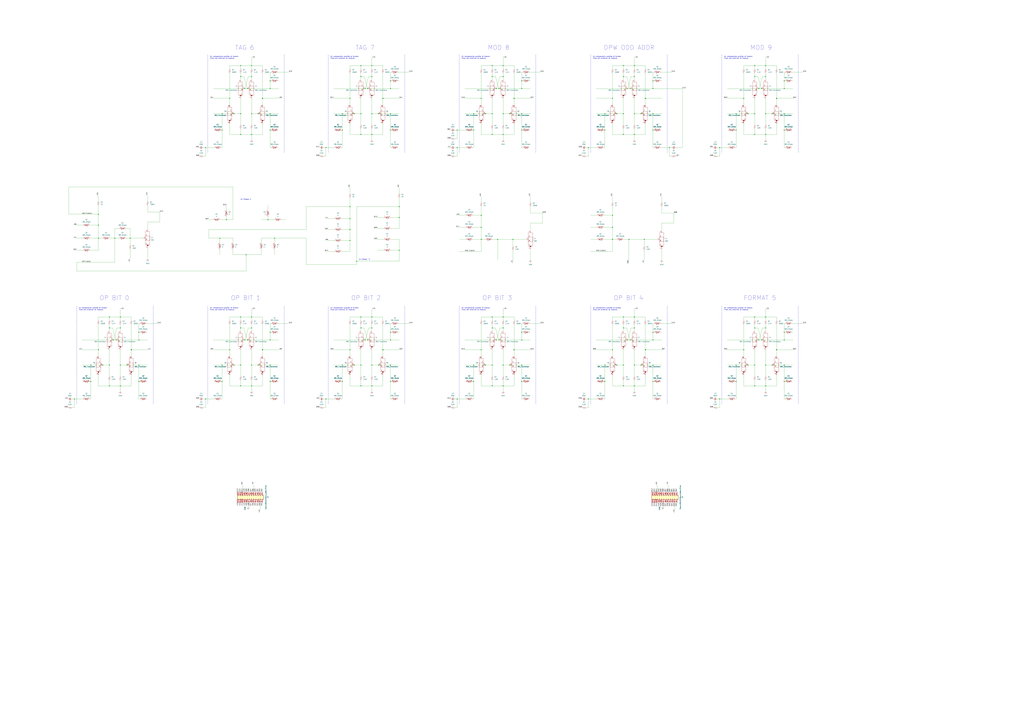
<source format=kicad_sch>
(kicad_sch (version 20211123) (generator eeschema)
  (paper "A0")
  (junction (at 549.91 132.08))
  (junction (at 313.69 93.98))
  (junction (at 419.1 76.2))
  (junction (at 889 448.31))
  (junction (at 889 76.2))
  (junction (at 584.2 424.18))
  (junction (at 577.85 278.13))
  (junction (at 257.81 132.08))
  (junction (at 736.6 424.18))
  (junction (at 313.69 102.87))
  (junction (at 378.46 463.55))
  (junction (at 292.1 88.9))
  (junction (at 292.1 76.2))
  (junction (at 453.39 443.23))
  (junction (at 127 424.18))
  (junction (at 105.41 443.23))
  (junction (at 571.5 381))
  (junction (at 431.8 448.31))
  (junction (at 105.41 424.18))
  (junction (at 114.3 248.92))
  (junction (at 453.39 132.08))
  (junction (at 299.72 424.18))
  (junction (at 595.63 278.13))
  (junction (at 313.69 443.23))
  (junction (at 605.79 386.08))
  (junction (at 453.39 386.08))
  (junction (at 596.9 406.3932))
  (junction (at 530.86 463.55))
  (junction (at 591.82 132.08))
  (junction (at 419.1 368.3))
  (junction (at 558.8 406.4))
  (junction (at 876.3 448.31))
  (junction (at 889 132.08))
  (junction (at 453.39 151.13))
  (junction (at 139.7 424.18))
  (junction (at 139.7 368.3))
  (junction (at 563.88 132.08))
  (junction (at 881.38 102.87))
  (junction (at 147.32 424.18))
  (junction (at 571.5 156.21))
  (junction (at 133.35 276.86))
  (junction (at 896.62 132.08))
  (junction (at 736.6 132.08))
  (junction (at 716.28 424.18))
  (junction (at 257.81 424.18))
  (junction (at 304.8 406.4))
  (junction (at 127 381))
  (junction (at 161.29 443.23))
  (junction (at 605.79 102.87))
  (junction (at 723.9 448.31))
  (junction (at 854.71 151.13))
  (junction (at 683.26 463.55))
  (junction (at 431.8 381))
  (junction (at 152.4 406.4))
  (junction (at 558.8 250.19))
  (junction (at 262.89 255.27))
  (junction (at 711.2 406.4))
  (junction (at 910.59 424.18))
  (junction (at 876.3 368.3))
  (junction (at 605.79 132.08))
  (junction (at 723.9 132.08))
  (junction (at 749.3 406.4))
  (junction (at 86.36 463.55))
  (junction (at 304.8 406.3932))
  (junction (at 854.71 132.08))
  (junction (at 419.1 424.18))
  (junction (at 453.39 424.18))
  (junction (at 444.5 406.3932))
  (junction (at 318.77 276.86))
  (junction (at 731.52 102.87))
  (junction (at 723.9 88.9))
  (junction (at 419.1 88.9))
  (junction (at 835.66 171.45))
  (junction (at 736.6 88.9))
  (junction (at 257.81 443.23))
  (junction (at 285.75 295.91))
  (junction (at 406.4 240.03))
  (junction (at 284.48 394.97))
  (junction (at 744.22 132.08))
  (junction (at 736.6 448.31))
  (junction (at 876.3 156.21))
  (junction (at 431.8 156.21))
  (junction (at 868.68 132.08))
  (junction (at 605.79 443.23))
  (junction (at 576.58 102.87))
  (junction (at 571.5 76.2))
  (junction (at 549.91 443.23))
  (junction (at 711.2 264.16))
  (junction (at 313.69 386.08))
  (junction (at 299.72 132.08))
  (junction (at 910.59 102.87))
  (junction (at 406.4 114.3))
  (junction (at 406.4 406.4))
  (junction (at 777.24 171.45))
  (junction (at 901.7 406.3932))
  (junction (at 758.19 93.98))
  (junction (at 453.39 93.98))
  (junction (at 749.3 114.3))
  (junction (at 238.76 463.55))
  (junction (at 758.19 102.87))
  (junction (at 114.3 406.4))
  (junction (at 591.82 424.18))
  (junction (at 530.86 151.13))
  (junction (at 571.5 424.18))
  (junction (at 749.3 114.2932))
  (junction (at 549.91 424.18))
  (junction (at 114.3 276.86))
  (junction (at 584.2 88.9))
  (junction (at 896.62 424.18))
  (junction (at 426.72 394.97))
  (junction (at 711.2 278.13))
  (junction (at 292.1 424.18))
  (junction (at 584.2 76.2))
  (junction (at 255.27 276.86))
  (junction (at 584.2 368.3))
  (junction (at 292.1 132.08))
  (junction (at 605.79 424.18))
  (junction (at 279.4 132.08))
  (junction (at 605.79 151.13))
  (junction (at 749.3 406.3932))
  (junction (at 744.22 424.18))
  (junction (at 414.02 303.53))
  (junction (at 728.98 394.97))
  (junction (at 313.69 151.13))
  (junction (at 571.5 88.9))
  (junction (at 876.3 76.2))
  (junction (at 279.4 381))
  (junction (at 411.48 132.08))
  (junction (at 758.19 424.18))
  (junction (at 901.7 114.3))
  (junction (at 139.7 381))
  (junction (at 854.71 424.18))
  (junction (at 271.78 132.08))
  (junction (at 279.4 368.3))
  (junction (at 883.92 394.97))
  (junction (at 910.59 132.08))
  (junction (at 313.69 394.97))
  (junction (at 736.6 156.21))
  (junction (at 571.5 368.3))
  (junction (at 558.8 114.3))
  (junction (at 736.6 381))
  (junction (at 132.08 394.97))
  (junction (at 736.6 368.3))
  (junction (at 453.39 102.87))
  (junction (at 406.4 254))
  (junction (at 876.3 424.18))
  (junction (at 910.59 443.23))
  (junction (at 431.8 424.18))
  (junction (at 431.8 368.3))
  (junction (at 605.79 93.98))
  (junction (at 151.13 276.86))
  (junction (at 584.2 381))
  (junction (at 571.5 132.08))
  (junction (at 723.9 76.2))
  (junction (at 378.46 171.45))
  (junction (at 883.92 102.87))
  (junction (at 889 381))
  (junction (at 139.7 448.31))
  (junction (at 279.4 424.18))
  (junction (at 889 156.21))
  (junction (at 284.48 102.87))
  (junction (at 439.42 424.18))
  (junction (at 257.81 151.13))
  (junction (at 311.15 255.27))
  (junction (at 530.86 171.45))
  (junction (at 558.8 264.16))
  (junction (at 748.03 278.13))
  (junction (at 238.76 171.45))
  (junction (at 444.5 114.2932))
  (junction (at 431.8 88.9))
  (junction (at 579.12 394.97))
  (junction (at 728.98 102.87))
  (junction (at 576.58 394.97))
  (junction (at 161.29 394.97))
  (junction (at 702.31 424.18))
  (junction (at 596.9 114.2932))
  (junction (at 287.02 102.87))
  (junction (at 431.8 76.2))
  (junction (at 419.1 448.31))
  (junction (at 406.4 266.7))
  (junction (at 127 448.31))
  (junction (at 549.91 151.13))
  (junction (at 397.51 424.18))
  (junction (at 910.59 386.08))
  (junction (at 431.8 132.08))
  (junction (at 910.59 394.97))
  (junction (at 876.3 381))
  (junction (at 910.59 93.98))
  (junction (at 397.51 443.23))
  (junction (at 127 368.3))
  (junction (at 835.66 463.55))
  (junction (at 863.6 114.3))
  (junction (at 596.9 114.3))
  (junction (at 463.55 252.73))
  (junction (at 711.2 114.3))
  (junction (at 881.38 394.97))
  (junction (at 579.12 102.87))
  (junction (at 426.72 102.87))
  (junction (at 161.29 386.08))
  (junction (at 584.2 448.31))
  (junction (at 901.7 406.4))
  (junction (at 584.2 132.08))
  (junction (at 758.19 132.08))
  (junction (at 279.4 448.31))
  (junction (at 419.1 132.08))
  (junction (at 736.6 76.2))
  (junction (at 463.55 240.03))
  (junction (at 304.8 114.3))
  (junction (at 292.1 381))
  (junction (at 397.51 132.08))
  (junction (at 444.5 406.4))
  (junction (at 723.9 368.3))
  (junction (at 702.31 132.08))
  (junction (at 292.1 368.3))
  (junction (at 419.1 156.21))
  (junction (at 758.19 394.97))
  (junction (at 287.02 394.97))
  (junction (at 424.18 394.97))
  (junction (at 397.51 151.13))
  (junction (at 279.4 88.9))
  (junction (at 313.69 132.08))
  (junction (at 876.3 88.9))
  (junction (at 439.42 132.08))
  (junction (at 279.4 76.2))
  (junction (at 134.62 394.97))
  (junction (at 119.38 424.18))
  (junction (at 730.25 278.13))
  (junction (at 910.59 151.13))
  (junction (at 584.2 156.21))
  (junction (at 605.79 394.97))
  (junction (at 889 88.9))
  (junction (at 304.8 114.2932))
  (junction (at 558.8 278.13))
  (junction (at 424.18 102.87))
  (junction (at 571.5 448.31))
  (junction (at 313.69 424.18))
  (junction (at 444.5 114.3))
  (junction (at 463.55 290.83))
  (junction (at 702.31 151.13))
  (junction (at 279.4 156.21))
  (junction (at 292.1 448.31))
  (junction (at 876.3 132.08))
  (junction (at 758.19 386.08))
  (junction (at 453.39 394.97))
  (junction (at 114.3 261.62))
  (junction (at 266.7 114.3))
  (junction (at 731.52 394.97))
  (junction (at 266.7 406.4))
  (junction (at 716.28 132.08))
  (junction (at 411.48 424.18))
  (junction (at 868.68 424.18))
  (junction (at 889 424.18))
  (junction (at 723.9 381))
  (junction (at 711.2 250.19))
  (junction (at 161.29 424.18))
  (junction (at 596.9 406.4))
  (junction (at 702.31 443.23))
  (junction (at 723.9 156.21))
  (junction (at 758.19 443.23))
  (junction (at 406.4 279.4))
  (junction (at 889 368.3))
  (junction (at 758.19 151.13))
  (junction (at 854.71 443.23))
  (junction (at 563.88 424.18))
  (junction (at 901.7 114.2932))
  (junction (at 152.4 406.3932))
  (junction (at 683.26 171.45))
  (junction (at 863.6 406.4))
  (junction (at 271.78 424.18))
  (junction (at 292.1 156.21))
  (junction (at 419.1 381))
  (junction (at 723.9 424.18))
  (wire (pts (xy 876.3 149.86) (xy 876.3 156.21)))
  (wire (pts (xy 127 368.3) (xy 139.7 368.3)))
  (wire (pts (xy 605.79 132.08) (xy 605.79 151.13)))
  (polyline (pts (xy 381 355.6) (xy 381 469.9)))
  (wire (pts (xy 758.19 151.13) (xy 759.46 151.13)))
  (wire (pts (xy 161.29 386.08) (xy 161.29 394.97)))
  (wire (pts (xy 139.7 368.3) (xy 152.4 368.3)))
  (wire (pts (xy 595.63 278.13) (xy 595.63 285.75)))
  (wire (pts (xy 114.3 406.4) (xy 114.3 414.02)))
  (wire (pts (xy 105.41 463.55) (xy 104.14 463.55)))
  (wire (pts (xy 692.15 394.97) (xy 728.98 394.97)))
  (wire (pts (xy 406.4 368.3) (xy 419.1 368.3)))
  (polyline (pts (xy 469.9 355.6) (xy 469.9 469.9)))
  (wire (pts (xy 292.1 85.09) (xy 292.1 88.9)))
  (wire (pts (xy 549.91 132.08) (xy 563.88 132.08)))
  (wire (pts (xy 584.2 76.2) (xy 584.2 80.01)))
  (wire (pts (xy 702.31 151.13) (xy 701.04 151.13)))
  (wire (pts (xy 889 156.21) (xy 889 162.56)))
  (wire (pts (xy 139.7 359.41) (xy 139.7 368.3)))
  (wire (pts (xy 80.01 248.92) (xy 114.3 248.92)))
  (wire (pts (xy 863.6 114.3) (xy 863.6 121.92)))
  (wire (pts (xy 313.69 151.13) (xy 313.69 171.45)))
  (wire (pts (xy 571.5 132.08) (xy 571.5 144.78)))
  (wire (pts (xy 419.1 88.9) (xy 419.1 92.71)))
  (wire (pts (xy 910.59 424.18) (xy 920.75 424.18)))
  (wire (pts (xy 723.9 424.18) (xy 723.9 436.88)))
  (wire (pts (xy 88.9 290.83) (xy 96.52 290.83)))
  (wire (pts (xy 427.99 381) (xy 424.18 394.97)))
  (wire (pts (xy 584.2 406.4) (xy 584.2 424.18)))
  (wire (pts (xy 318.77 255.27) (xy 311.15 255.27)))
  (wire (pts (xy 736.6 377.19) (xy 736.6 381)))
  (wire (pts (xy 238.76 171.45) (xy 236.22 171.45)))
  (wire (pts (xy 758.19 375.92) (xy 759.46 375.92)))
  (wire (pts (xy 378.46 463.55) (xy 388.62 463.55)))
  (wire (pts (xy 758.19 132.08) (xy 758.19 151.13)))
  (wire (pts (xy 530.86 151.13) (xy 528.32 151.13)))
  (wire (pts (xy 571.5 132.08) (xy 571.5 114.3)))
  (wire (pts (xy 431.8 156.21) (xy 419.1 156.21)))
  (wire (pts (xy 749.3 368.3) (xy 749.3 372.11)))
  (wire (pts (xy 257.81 171.45) (xy 256.54 171.45)))
  (polyline (pts (xy 88.9 355.6) (xy 88.9 469.9)))
  (wire (pts (xy 901.7 156.21) (xy 889 156.21)))
  (wire (pts (xy 854.71 443.23) (xy 854.71 463.55)))
  (wire (pts (xy 711.2 156.21) (xy 711.2 143.51)))
  (wire (pts (xy 910.59 386.08) (xy 910.59 394.97)))
  (wire (pts (xy 139.7 448.31) (xy 139.7 454.66)))
  (wire (pts (xy 161.29 443.23) (xy 162.56 443.23)))
  (wire (pts (xy 279.4 76.2) (xy 292.1 76.2)))
  (wire (pts (xy 313.69 375.92) (xy 314.96 375.92)))
  (wire (pts (xy 279.4 448.31) (xy 266.7 448.31)))
  (wire (pts (xy 731.52 394.97) (xy 758.19 394.97)))
  (wire (pts (xy 584.2 359.41) (xy 584.2 368.3)))
  (wire (pts (xy 114.3 448.31) (xy 114.3 435.61)))
  (wire (pts (xy 910.59 93.98) (xy 911.86 93.98)))
  (wire (pts (xy 105.41 443.23) (xy 105.41 463.55)))
  (wire (pts (xy 438.15 278.13) (xy 445.77 278.13)))
  (wire (pts (xy 279.4 132.08) (xy 279.4 144.78)))
  (wire (pts (xy 844.55 406.4) (xy 863.6 406.4)))
  (wire (pts (xy 854.71 424.18) (xy 868.68 424.18)))
  (wire (pts (xy 723.9 368.3) (xy 736.6 368.3)))
  (wire (pts (xy 901.7 406.4) (xy 920.75 406.4)))
  (wire (pts (xy 571.5 381) (xy 571.5 384.81)))
  (wire (pts (xy 283.21 381) (xy 287.02 394.97)))
  (wire (pts (xy 304.8 156.21) (xy 292.1 156.21)))
  (wire (pts (xy 758.19 443.23) (xy 759.46 443.23)))
  (wire (pts (xy 615.95 240.03) (xy 615.95 247.65)))
  (wire (pts (xy 889 368.3) (xy 889 372.11)))
  (wire (pts (xy 127 381) (xy 130.81 381)))
  (wire (pts (xy 313.69 443.23) (xy 314.96 443.23)))
  (wire (pts (xy 270.51 289.56) (xy 270.51 295.91)))
  (wire (pts (xy 910.59 375.92) (xy 911.86 375.92)))
  (wire (pts (xy 304.8 406.4) (xy 323.85 406.4)))
  (wire (pts (xy 685.8 292.1) (xy 711.2 292.1)))
  (wire (pts (xy 453.39 93.98) (xy 454.66 93.98)))
  (wire (pts (xy 711.2 76.2) (xy 711.2 80.01)))
  (wire (pts (xy 444.5 377.19) (xy 444.5 406.3932)))
  (wire (pts (xy 292.1 448.31) (xy 279.4 448.31)))
  (wire (pts (xy 114.3 377.19) (xy 114.3 406.4)))
  (wire (pts (xy 292.1 359.41) (xy 292.1 368.3)))
  (wire (pts (xy 584.2 156.21) (xy 571.5 156.21)))
  (wire (pts (xy 702.31 463.55) (xy 701.04 463.55)))
  (wire (pts (xy 419.1 381) (xy 419.1 384.81)))
  (wire (pts (xy 777.24 181.61) (xy 777.24 171.45)))
  (wire (pts (xy 289.56 584.2) (xy 289.56 590.55)))
  (wire (pts (xy 406.4 254) (xy 406.4 266.7)))
  (wire (pts (xy 139.7 377.19) (xy 139.7 381)))
  (wire (pts (xy 579.12 102.87) (xy 605.79 102.87)))
  (wire (pts (xy 247.65 406.4) (xy 266.7 406.4)))
  (wire (pts (xy 151.13 276.86) (xy 151.13 284.48)))
  (wire (pts (xy 876.3 424.18) (xy 876.3 406.4)))
  (wire (pts (xy 770.89 584.2) (xy 770.89 590.55)))
  (wire (pts (xy 580.39 88.9) (xy 576.58 102.87)))
  (wire (pts (xy 444.5 156.21) (xy 431.8 156.21)))
  (wire (pts (xy 444.5 406.3932) (xy 444.5 406.4)))
  (wire (pts (xy 605.79 386.08) (xy 607.06 386.08)))
  (wire (pts (xy 419.1 156.21) (xy 406.4 156.21)))
  (wire (pts (xy 304.8 368.3) (xy 304.8 372.11)))
  (wire (pts (xy 139.7 448.31) (xy 127 448.31)))
  (wire (pts (xy 889 76.2) (xy 889 80.01)))
  (wire (pts (xy 255.27 276.86) (xy 255.27 281.94)))
  (polyline (pts (xy 381 63.5) (xy 381 177.8)))
  (wire (pts (xy 723.9 76.2) (xy 723.9 80.01)))
  (wire (pts (xy 732.79 88.9) (xy 728.98 102.87)))
  (wire (pts (xy 161.29 463.55) (xy 162.56 463.55)))
  (wire (pts (xy 304.8 406.3932) (xy 304.8 406.4)))
  (wire (pts (xy 889 441.96) (xy 889 448.31)))
  (wire (pts (xy 584.2 88.9) (xy 580.39 88.9)))
  (wire (pts (xy 133.35 265.43) (xy 133.35 276.86)))
  (wire (pts (xy 702.31 424.18) (xy 716.28 424.18)))
  (wire (pts (xy 901.7 143.51) (xy 901.7 156.21)))
  (wire (pts (xy 584.2 132.08) (xy 591.82 132.08)))
  (wire (pts (xy 397.51 463.55) (xy 396.24 463.55)))
  (wire (pts (xy 605.79 394.97) (xy 615.95 394.97)))
  (wire (pts (xy 279.4 85.09) (xy 279.4 88.9)))
  (wire (pts (xy 558.8 264.16) (xy 558.8 278.13)))
  (wire (pts (xy 80.01 217.17) (xy 80.01 248.92)))
  (wire (pts (xy 596.9 406.3932) (xy 596.9 406.4)))
  (wire (pts (xy 114.3 261.62) (xy 104.14 261.62)))
  (wire (pts (xy 397.51 443.23) (xy 396.24 443.23)))
  (wire (pts (xy 558.8 377.19) (xy 558.8 406.4)))
  (wire (pts (xy 910.59 132.08) (xy 910.59 151.13)))
  (wire (pts (xy 889 114.3) (xy 889 132.08)))
  (wire (pts (xy 571.5 368.3) (xy 571.5 372.11)))
  (polyline (pts (xy 241.3 355.6) (xy 241.3 469.9)))
  (wire (pts (xy 919.48 83.82) (xy 932.18 83.82)))
  (wire (pts (xy 844.55 102.87) (xy 881.38 102.87)))
  (wire (pts (xy 406.4 240.03) (xy 406.4 229.87)))
  (wire (pts (xy 736.6 448.31) (xy 723.9 448.31)))
  (wire (pts (xy 533.4 250.19) (xy 541.02 250.19)))
  (wire (pts (xy 854.71 424.18) (xy 854.71 443.23)))
  (wire (pts (xy 431.8 132.08) (xy 439.42 132.08)))
  (wire (pts (xy 285.75 295.91) (xy 303.53 295.91)))
  (wire (pts (xy 919.48 93.98) (xy 920.75 93.98)))
  (wire (pts (xy 901.7 114.3) (xy 901.7 121.92)))
  (wire (pts (xy 885.19 88.9) (xy 881.38 102.87)))
  (wire (pts (xy 453.39 463.55) (xy 454.66 463.55)))
  (wire (pts (xy 397.51 151.13) (xy 397.51 171.45)))
  (wire (pts (xy 605.79 93.98) (xy 607.06 93.98)))
  (wire (pts (xy 463.55 240.03) (xy 463.55 229.87)))
  (wire (pts (xy 835.66 473.71) (xy 835.66 463.55)))
  (wire (pts (xy 411.48 424.18) (xy 419.1 424.18)))
  (wire (pts (xy 114.3 368.3) (xy 127 368.3)))
  (wire (pts (xy 711.2 278.13) (xy 716.28 278.13)))
  (wire (pts (xy 381 279.4) (xy 388.62 279.4)))
  (wire (pts (xy 563.88 424.18) (xy 571.5 424.18)))
  (wire (pts (xy 387.35 132.08) (xy 397.51 132.08)))
  (wire (pts (xy 95.25 406.4) (xy 114.3 406.4)))
  (wire (pts (xy 397.51 443.23) (xy 397.51 463.55)))
  (wire (pts (xy 139.7 406.4) (xy 139.7 424.18)))
  (wire (pts (xy 758.19 93.98) (xy 758.19 102.87)))
  (wire (pts (xy 313.69 463.55) (xy 314.96 463.55)))
  (wire (pts (xy 419.1 85.09) (xy 419.1 88.9)))
  (wire (pts (xy 584.2 114.3) (xy 584.2 132.08)))
  (polyline (pts (xy 241.3 63.5) (xy 241.3 177.8)))
  (wire (pts (xy 444.5 85.09) (xy 444.5 114.2932)))
  (wire (pts (xy 876.3 368.3) (xy 876.3 372.11)))
  (wire (pts (xy 614.68 93.98) (xy 615.95 93.98)))
  (wire (pts (xy 539.75 394.97) (xy 576.58 394.97)))
  (wire (pts (xy 596.9 406.4) (xy 615.95 406.4)))
  (wire (pts (xy 247.65 114.3) (xy 266.7 114.3)))
  (wire (pts (xy 736.6 156.21) (xy 736.6 162.56)))
  (wire (pts (xy 105.41 424.18) (xy 105.41 443.23)))
  (wire (pts (xy 161.29 375.92) (xy 162.56 375.92)))
  (wire (pts (xy 723.9 156.21) (xy 711.2 156.21)))
  (wire (pts (xy 530.86 171.45) (xy 541.02 171.45)))
  (wire (pts (xy 549.91 424.18) (xy 549.91 443.23)))
  (wire (pts (xy 431.8 359.41) (xy 431.8 368.3)))
  (wire (pts (xy 548.64 278.13) (xy 558.8 278.13)))
  (wire (pts (xy 152.4 406.3932) (xy 152.4 406.4)))
  (wire (pts (xy 313.69 443.23) (xy 313.69 463.55)))
  (wire (pts (xy 127 424.18) (xy 127 406.4)))
  (wire (pts (xy 438.15 252.73) (xy 445.77 252.73)))
  (wire (pts (xy 701.04 278.13) (xy 711.2 278.13)))
  (wire (pts (xy 171.45 266.7) (xy 171.45 257.81)))
  (wire (pts (xy 596.9 448.31) (xy 584.2 448.31)))
  (wire (pts (xy 614.68 375.92) (xy 627.38 375.92)))
  (wire (pts (xy 736.6 368.3) (xy 736.6 372.11)))
  (wire (pts (xy 758.19 386.08) (xy 759.46 386.08)))
  (wire (pts (xy 876.3 88.9) (xy 880.11 88.9)))
  (wire (pts (xy 768.35 267.97) (xy 768.35 259.08)))
  (wire (pts (xy 596.9 76.2) (xy 596.9 80.01)))
  (wire (pts (xy 584.2 377.19) (xy 584.2 381)))
  (wire (pts (xy 147.32 424.18) (xy 161.29 424.18)))
  (wire (pts (xy 571.5 377.19) (xy 571.5 381)))
  (wire (pts (xy 444.5 143.51) (xy 444.5 156.21)))
  (wire (pts (xy 854.71 463.55) (xy 853.44 463.55)))
  (wire (pts (xy 723.9 381) (xy 727.71 381)))
  (wire (pts (xy 95.25 424.18) (xy 105.41 424.18)))
  (wire (pts (xy 134.62 394.97) (xy 161.29 394.97)))
  (wire (pts (xy 579.12 394.97) (xy 605.79 394.97)))
  (wire (pts (xy 431.8 85.09) (xy 431.8 88.9)))
  (wire (pts (xy 901.7 76.2) (xy 901.7 80.01)))
  (wire (pts (xy 584.2 381) (xy 580.39 381)))
  (wire (pts (xy 266.7 114.3) (xy 266.7 121.92)))
  (wire (pts (xy 279.4 149.86) (xy 279.4 156.21)))
  (wire (pts (xy 406.4 406.4) (xy 406.4 414.02)))
  (wire (pts (xy 453.39 375.92) (xy 453.39 386.08)))
  (polyline (pts (xy 533.4 355.6) (xy 533.4 469.9)))
  (wire (pts (xy 863.6 76.2) (xy 863.6 80.01)))
  (wire (pts (xy 596.9 156.21) (xy 584.2 156.21)))
  (wire (pts (xy 104.14 290.83) (xy 114.3 290.83)))
  (wire (pts (xy 584.2 381) (xy 584.2 384.81)))
  (wire (pts (xy 462.28 83.82) (xy 474.98 83.82)))
  (wire (pts (xy 558.8 114.3) (xy 558.8 121.92)))
  (wire (pts (xy 313.69 424.18) (xy 323.85 424.18)))
  (wire (pts (xy 266.7 377.19) (xy 266.7 406.4)))
  (wire (pts (xy 127 276.86) (xy 133.35 276.86)))
  (wire (pts (xy 716.28 132.08) (xy 723.9 132.08)))
  (wire (pts (xy 431.8 377.19) (xy 431.8 381)))
  (wire (pts (xy 758.19 386.08) (xy 758.19 394.97)))
  (wire (pts (xy 444.5 114.3) (xy 463.55 114.3)))
  (wire (pts (xy 279.4 424.18) (xy 279.4 406.4)))
  (wire (pts (xy 749.3 76.2) (xy 749.3 80.01)))
  (wire (pts (xy 615.95 259.08) (xy 629.92 259.08)))
  (wire (pts (xy 288.29 381) (xy 284.48 394.97)))
  (wire (pts (xy 397.51 171.45) (xy 396.24 171.45)))
  (wire (pts (xy 431.8 76.2) (xy 444.5 76.2)))
  (wire (pts (xy 292.1 424.18) (xy 292.1 436.88)))
  (wire (pts (xy 151.13 276.86) (xy 151.13 265.43)))
  (wire (pts (xy 723.9 278.13) (xy 730.25 278.13)))
  (wire (pts (xy 444.5 448.31) (xy 431.8 448.31)))
  (wire (pts (xy 453.39 252.73) (xy 463.55 252.73)))
  (wire (pts (xy 419.1 149.86) (xy 419.1 156.21)))
  (wire (pts (xy 114.3 276.86) (xy 119.38 276.86)))
  (wire (pts (xy 758.19 132.08) (xy 768.35 132.08)))
  (wire (pts (xy 375.92 473.71) (xy 378.46 473.71)))
  (wire (pts (xy 152.4 368.3) (xy 152.4 372.11)))
  (wire (pts (xy 279.4 377.19) (xy 279.4 381)))
  (wire (pts (xy 868.68 424.18) (xy 876.3 424.18)))
  (polyline (pts (xy 622.3 355.6) (xy 622.3 469.9)))
  (wire (pts (xy 863.6 377.19) (xy 863.6 406.4)))
  (wire (pts (xy 736.6 88.9) (xy 736.6 92.71)))
  (wire (pts (xy 584.2 88.9) (xy 584.2 92.71)))
  (wire (pts (xy 702.31 443.23) (xy 702.31 463.55)))
  (wire (pts (xy 758.19 102.87) (xy 792.48 102.87)))
  (wire (pts (xy 736.6 67.31) (xy 736.6 76.2)))
  (wire (pts (xy 294.64 563.88) (xy 294.64 571.5)))
  (wire (pts (xy 580.39 381) (xy 576.58 394.97)))
  (wire (pts (xy 355.6 307.34) (xy 414.02 307.34)))
  (wire (pts (xy 749.3 114.3) (xy 768.35 114.3)))
  (wire (pts (xy 302.26 584.2) (xy 302.26 591.82)))
  (wire (pts (xy 242.57 255.27) (xy 247.65 255.27)))
  (wire (pts (xy 453.39 151.13) (xy 453.39 171.45)))
  (wire (pts (xy 571.5 156.21) (xy 558.8 156.21)))
  (wire (pts (xy 844.55 114.3) (xy 863.6 114.3)))
  (wire (pts (xy 680.72 181.61) (xy 683.26 181.61)))
  (wire (pts (xy 571.5 88.9) (xy 571.5 92.71)))
  (wire (pts (xy 711.2 114.3) (xy 711.2 121.92)))
  (wire (pts (xy 375.92 181.61) (xy 378.46 181.61)))
  (wire (pts (xy 736.6 441.96) (xy 736.6 448.31)))
  (wire (pts (xy 596.9 368.3) (xy 596.9 372.11)))
  (wire (pts (xy 605.79 443.23) (xy 605.79 463.55)))
  (wire (pts (xy 571.5 88.9) (xy 575.31 88.9)))
  (wire (pts (xy 876.3 381) (xy 876.3 384.81)))
  (wire (pts (xy 571.5 441.96) (xy 571.5 448.31)))
  (wire (pts (xy 528.32 161.29) (xy 530.86 161.29)))
  (wire (pts (xy 311.15 255.27) (xy 303.53 255.27)))
  (wire (pts (xy 313.69 375.92) (xy 313.69 386.08)))
  (wire (pts (xy 910.59 93.98) (xy 910.59 102.87)))
  (wire (pts (xy 910.59 424.18) (xy 910.59 443.23)))
  (wire (pts (xy 279.4 441.96) (xy 279.4 448.31)))
  (wire (pts (xy 397.51 424.18) (xy 397.51 443.23)))
  (wire (pts (xy 910.59 83.82) (xy 910.59 93.98)))
  (wire (pts (xy 453.39 132.08) (xy 463.55 132.08)))
  (wire (pts (xy 257.81 132.08) (xy 257.81 151.13)))
  (wire (pts (xy 247.65 424.18) (xy 257.81 424.18)))
  (wire (pts (xy 257.81 151.13) (xy 256.54 151.13)))
  (wire (pts (xy 910.59 463.55) (xy 911.86 463.55)))
  (wire (pts (xy 422.91 88.9) (xy 426.72 102.87)))
  (wire (pts (xy 885.19 381) (xy 881.38 394.97)))
  (wire (pts (xy 901.7 377.19) (xy 901.7 406.3932)))
  (wire (pts (xy 161.29 424.18) (xy 171.45 424.18)))
  (wire (pts (xy 711.2 406.4) (xy 711.2 414.02)))
  (wire (pts (xy 910.59 132.08) (xy 920.75 132.08)))
  (wire (pts (xy 151.13 289.56) (xy 151.13 300.99)))
  (wire (pts (xy 558.8 250.19) (xy 558.8 264.16)))
  (wire (pts (xy 758.19 443.23) (xy 758.19 463.55)))
  (wire (pts (xy 901.7 406.3932) (xy 901.7 406.4)))
  (wire (pts (xy 318.77 276.86) (xy 318.77 281.94)))
  (wire (pts (xy 462.28 93.98) (xy 463.55 93.98)))
  (wire (pts (xy 889 448.31) (xy 876.3 448.31)))
  (wire (pts (xy 539.75 406.4) (xy 558.8 406.4)))
  (wire (pts (xy 530.86 473.71) (xy 530.86 463.55)))
  (wire (pts (xy 605.79 375.92) (xy 607.06 375.92)))
  (wire (pts (xy 171.45 246.38) (xy 185.42 246.38)))
  (wire (pts (xy 683.26 181.61) (xy 683.26 171.45)))
  (wire (pts (xy 313.69 102.87) (xy 323.85 102.87)))
  (wire (pts (xy 571.5 424.18) (xy 571.5 436.88)))
  (wire (pts (xy 114.3 248.92) (xy 114.3 261.62)))
  (wire (pts (xy 292.1 156.21) (xy 279.4 156.21)))
  (wire (pts (xy 288.29 88.9) (xy 284.48 102.87)))
  (wire (pts (xy 270.51 217.17) (xy 80.01 217.17)))
  (wire (pts (xy 901.7 368.3) (xy 901.7 372.11)))
  (wire (pts (xy 539.75 114.3) (xy 558.8 114.3)))
  (wire (pts (xy 444.5 114.3) (xy 444.5 121.92)))
  (wire (pts (xy 304.8 435.61) (xy 304.8 448.31)))
  (wire (pts (xy 431.8 88.9) (xy 431.8 92.71)))
  (wire (pts (xy 422.91 381) (xy 426.72 394.97)))
  (wire (pts (xy 876.3 132.08) (xy 876.3 144.78)))
  (wire (pts (xy 854.71 132.08) (xy 854.71 151.13)))
  (wire (pts (xy 161.29 375.92) (xy 161.29 386.08)))
  (wire (pts (xy 605.79 171.45) (xy 607.06 171.45)))
  (wire (pts (xy 575.31 88.9) (xy 579.12 102.87)))
  (wire (pts (xy 133.35 276.86) (xy 138.43 276.86)))
  (wire (pts (xy 605.79 151.13) (xy 605.79 171.45)))
  (wire (pts (xy 292.1 406.4) (xy 292.1 424.18)))
  (wire (pts (xy 419.1 441.96) (xy 419.1 448.31)))
  (wire (pts (xy 151.13 276.86) (xy 166.37 276.86)))
  (wire (pts (xy 292.1 114.3) (xy 292.1 132.08)))
  (wire (pts (xy 854.71 171.45) (xy 853.44 171.45)))
  (wire (pts (xy 139.7 441.96) (xy 139.7 448.31)))
  (wire (pts (xy 257.81 443.23) (xy 256.54 443.23)))
  (wire (pts (xy 444.5 406.4) (xy 463.55 406.4)))
  (wire (pts (xy 910.59 171.45) (xy 911.86 171.45)))
  (wire (pts (xy 768.35 240.03) (xy 768.35 247.65)))
  (polyline (pts (xy 774.7 63.5) (xy 774.7 177.8)))
  (wire (pts (xy 558.8 250.19) (xy 548.64 250.19)))
  (wire (pts (xy 605.79 83.82) (xy 607.06 83.82)))
  (polyline (pts (xy 927.1 355.6) (xy 927.1 469.9)))
  (wire (pts (xy 292.1 368.3) (xy 304.8 368.3)))
  (wire (pts (xy 736.6 381) (xy 732.79 381)))
  (wire (pts (xy 431.8 381) (xy 427.99 381)))
  (wire (pts (xy 711.2 250.19) (xy 701.04 250.19)))
  (wire (pts (xy 453.39 386.08) (xy 453.39 394.97)))
  (wire (pts (xy 114.3 368.3) (xy 114.3 372.11)))
  (wire (pts (xy 758.19 93.98) (xy 759.46 93.98)))
  (wire (pts (xy 283.21 88.9) (xy 287.02 102.87)))
  (wire (pts (xy 419.1 76.2) (xy 431.8 76.2)))
  (wire (pts (xy 247.65 394.97) (xy 284.48 394.97)))
  (wire (pts (xy 680.72 473.71) (xy 683.26 473.71)))
  (wire (pts (xy 171.45 288.29) (xy 171.45 300.99)))
  (wire (pts (xy 558.8 76.2) (xy 571.5 76.2)))
  (wire (pts (xy 558.8 228.6) (xy 558.8 234.95)))
  (wire (pts (xy 453.39 93.98) (xy 453.39 102.87)))
  (wire (pts (xy 453.39 151.13) (xy 454.66 151.13)))
  (wire (pts (xy 889 88.9) (xy 889 92.71)))
  (wire (pts (xy 438.15 290.83) (xy 445.77 290.83)))
  (wire (pts (xy 419.1 381) (xy 422.91 381)))
  (wire (pts (xy 396.24 292.1) (xy 406.4 292.1)))
  (wire (pts (xy 355.6 276.86) (xy 355.6 307.34)))
  (wire (pts (xy 702.31 132.08) (xy 702.31 151.13)))
  (wire (pts (xy 889 132.08) (xy 889 144.78)))
  (wire (pts (xy 910.59 151.13) (xy 910.59 171.45)))
  (wire (pts (xy 768.35 259.08) (xy 782.32 259.08)))
  (wire (pts (xy 255.27 289.56) (xy 255.27 295.91)))
  (wire (pts (xy 605.79 151.13) (xy 607.06 151.13)))
  (wire (pts (xy 431.8 114.3) (xy 431.8 132.08)))
  (wire (pts (xy 558.8 406.4) (xy 558.8 414.02)))
  (wire (pts (xy 406.4 218.44) (xy 406.4 224.79)))
  (wire (pts (xy 876.3 368.3) (xy 889 368.3)))
  (wire (pts (xy 378.46 171.45) (xy 375.92 171.45)))
  (wire (pts (xy 584.2 76.2) (xy 596.9 76.2)))
  (wire (pts (xy 322.58 386.08) (xy 323.85 386.08)))
  (wire (pts (xy 130.81 381) (xy 134.62 394.97)))
  (wire (pts (xy 406.4 240.03) (xy 406.4 254)))
  (wire (pts (xy 863.6 76.2) (xy 876.3 76.2)))
  (wire (pts (xy 262.89 238.76) (xy 262.89 243.84)))
  (wire (pts (xy 605.79 93.98) (xy 605.79 102.87)))
  (wire (pts (xy 880.11 88.9) (xy 883.92 102.87)))
  (wire (pts (xy 114.3 276.86) (xy 104.14 276.86)))
  (wire (pts (xy 584.2 149.86) (xy 584.2 156.21)))
  (wire (pts (xy 723.9 441.96) (xy 723.9 448.31)))
  (wire (pts (xy 736.6 76.2) (xy 736.6 80.01)))
  (wire (pts (xy 453.39 394.97) (xy 463.55 394.97)))
  (wire (pts (xy 844.55 132.08) (xy 854.71 132.08)))
  (wire (pts (xy 563.88 132.08) (xy 571.5 132.08)))
  (wire (pts (xy 257.81 463.55) (xy 256.54 463.55)))
  (wire (pts (xy 558.8 368.3) (xy 558.8 372.11)))
  (wire (pts (xy 419.1 424.18) (xy 419.1 436.88)))
  (wire (pts (xy 313.69 171.45) (xy 314.96 171.45)))
  (wire (pts (xy 736.6 114.3) (xy 736.6 132.08)))
  (wire (pts (xy 889 149.86) (xy 889 156.21)))
  (wire (pts (xy 702.31 443.23) (xy 701.04 443.23)))
  (wire (pts (xy 119.38 424.18) (xy 127 424.18)))
  (wire (pts (xy 711.2 368.3) (xy 723.9 368.3)))
  (wire (pts (xy 266.7 76.2) (xy 279.4 76.2)))
  (wire (pts (xy 313.69 93.98) (xy 313.69 102.87)))
  (wire (pts (xy 453.39 375.92) (xy 454.66 375.92)))
  (wire (pts (xy 88.9 261.62) (xy 96.52 261.62)))
  (wire (pts (xy 736.6 406.4) (xy 736.6 424.18)))
  (wire (pts (xy 453.39 424.18) (xy 463.55 424.18)))
  (wire (pts (xy 139.7 381) (xy 139.7 384.81)))
  (wire (pts (xy 266.7 85.09) (xy 266.7 114.3)))
  (wire (pts (xy 758.19 151.13) (xy 758.19 171.45)))
  (wire (pts (xy 605.79 102.87) (xy 615.95 102.87)))
  (wire (pts (xy 736.6 149.86) (xy 736.6 156.21)))
  (wire (pts (xy 171.45 227.33) (xy 171.45 233.68)))
  (wire (pts (xy 605.79 424.18) (xy 615.95 424.18)))
  (wire (pts (xy 692.15 102.87) (xy 728.98 102.87)))
  (wire (pts (xy 411.48 132.08) (xy 419.1 132.08)))
  (wire (pts (xy 247.65 132.08) (xy 257.81 132.08)))
  (wire (pts (xy 723.9 377.19) (xy 723.9 381)))
  (wire (pts (xy 406.4 114.3) (xy 406.4 121.92)))
  (wire (pts (xy 318.77 276.86) (xy 355.6 276.86)))
  (polyline (pts (xy 685.8 63.5) (xy 685.8 177.8)))
  (wire (pts (xy 355.6 240.03) (xy 355.6 266.7)))
  (wire (pts (xy 736.6 132.08) (xy 744.22 132.08)))
  (wire (pts (xy 558.8 292.1) (xy 558.8 278.13)))
  (wire (pts (xy 736.6 156.21) (xy 723.9 156.21)))
  (wire (pts (xy 462.28 386.08) (xy 463.55 386.08)))
  (wire (pts (xy 539.75 132.08) (xy 549.91 132.08)))
  (wire (pts (xy 292.1 381) (xy 292.1 384.81)))
  (wire (pts (xy 266.7 368.3) (xy 279.4 368.3)))
  (polyline (pts (xy 533.4 63.5) (xy 533.4 177.8)))
  (wire (pts (xy 692.15 406.4) (xy 711.2 406.4)))
  (wire (pts (xy 292.1 76.2) (xy 304.8 76.2)))
  (wire (pts (xy 558.8 368.3) (xy 571.5 368.3)))
  (wire (pts (xy 439.42 132.08) (xy 453.39 132.08)))
  (wire (pts (xy 889 132.08) (xy 896.62 132.08)))
  (wire (pts (xy 736.6 88.9) (xy 732.79 88.9)))
  (wire (pts (xy 453.39 443.23) (xy 454.66 443.23)))
  (wire (pts (xy 236.22 473.71) (xy 238.76 473.71)))
  (polyline (pts (xy 330.2 63.5) (xy 330.2 177.8)))
  (wire (pts (xy 127 441.96) (xy 127 448.31)))
  (wire (pts (xy 777.24 171.45) (xy 779.78 171.45)))
  (wire (pts (xy 605.79 443.23) (xy 607.06 443.23)))
  (wire (pts (xy 596.9 114.3) (xy 615.95 114.3)))
  (wire (pts (xy 419.1 377.19) (xy 419.1 381)))
  (wire (pts (xy 127 377.19) (xy 127 381)))
  (wire (pts (xy 257.81 424.18) (xy 271.78 424.18)))
  (wire (pts (xy 533.4 264.16) (xy 541.02 264.16)))
  (wire (pts (xy 453.39 265.43) (xy 463.55 265.43)))
  (wire (pts (xy 419.1 424.18) (xy 419.1 406.4)))
  (wire (pts (xy 748.03 278.13) (xy 748.03 285.75)))
  (wire (pts (xy 767.08 386.08) (xy 768.35 386.08)))
  (wire (pts (xy 238.76 463.55) (xy 236.22 463.55)))
  (wire (pts (xy 292.1 132.08) (xy 299.72 132.08)))
  (wire (pts (xy 584.2 85.09) (xy 584.2 88.9)))
  (wire (pts (xy 292.1 132.08) (xy 292.1 144.78)))
  (wire (pts (xy 910.59 386.08) (xy 911.86 386.08)))
  (wire (pts (xy 711.2 264.16) (xy 701.04 264.16)))
  (wire (pts (xy 279.4 88.9) (xy 283.21 88.9)))
  (wire (pts (xy 767.08 83.82) (xy 779.78 83.82)))
  (wire (pts (xy 863.6 368.3) (xy 863.6 372.11)))
  (wire (pts (xy 355.6 266.7) (xy 242.57 266.7)))
  (wire (pts (xy 152.4 448.31) (xy 139.7 448.31)))
  (wire (pts (xy 901.7 85.09) (xy 901.7 114.2932)))
  (wire (pts (xy 685.8 278.13) (xy 693.42 278.13)))
  (wire (pts (xy 463.55 218.44) (xy 463.55 224.79)))
  (wire (pts (xy 533.4 278.13) (xy 541.02 278.13)))
  (wire (pts (xy 711.2 377.19) (xy 711.2 406.4)))
  (wire (pts (xy 736.6 368.3) (xy 749.3 368.3)))
  (wire (pts (xy 431.8 441.96) (xy 431.8 448.31)))
  (wire (pts (xy 889 424.18) (xy 889 436.88)))
  (wire (pts (xy 161.29 443.23) (xy 161.29 463.55)))
  (wire (pts (xy 431.8 149.86) (xy 431.8 156.21)))
  (wire (pts (xy 711.2 250.19) (xy 711.2 264.16)))
  (wire (pts (xy 575.31 381) (xy 579.12 394.97)))
  (wire (pts (xy 876.3 132.08) (xy 876.3 114.3)))
  (wire (pts (xy 242.57 276.86) (xy 255.27 276.86)))
  (wire (pts (xy 876.3 156.21) (xy 863.6 156.21)))
  (wire (pts (xy 453.39 171.45) (xy 454.66 171.45)))
  (wire (pts (xy 549.91 171.45) (xy 548.64 171.45)))
  (wire (pts (xy 767.08 171.45) (xy 777.24 171.45)))
  (wire (pts (xy 584.2 368.3) (xy 596.9 368.3)))
  (wire (pts (xy 453.39 443.23) (xy 453.39 463.55)))
  (wire (pts (xy 584.2 441.96) (xy 584.2 448.31)))
  (wire (pts (xy 683.26 171.45) (xy 680.72 171.45)))
  (wire (pts (xy 381 254) (xy 388.62 254)))
  (wire (pts (xy 876.3 88.9) (xy 876.3 92.71)))
  (polyline (pts (xy 927.1 63.5) (xy 927.1 177.8)))
  (wire (pts (xy 558.8 448.31) (xy 558.8 435.61)))
  (wire (pts (xy 533.4 292.1) (xy 558.8 292.1)))
  (wire (pts (xy 95.25 394.97) (xy 132.08 394.97)))
  (wire (pts (xy 304.8 85.09) (xy 304.8 114.2932)))
  (wire (pts (xy 730.25 278.13) (xy 748.03 278.13)))
  (wire (pts (xy 406.4 368.3) (xy 406.4 372.11)))
  (wire (pts (xy 732.79 381) (xy 728.98 394.97)))
  (wire (pts (xy 304.8 448.31) (xy 292.1 448.31)))
  (wire (pts (xy 749.3 406.4) (xy 749.3 414.02)))
  (wire (pts (xy 758.19 83.82) (xy 759.46 83.82)))
  (wire (pts (xy 419.1 368.3) (xy 419.1 372.11)))
  (wire (pts (xy 835.66 463.55) (xy 845.82 463.55)))
  (wire (pts (xy 378.46 473.71) (xy 378.46 463.55)))
  (wire (pts (xy 723.9 85.09) (xy 723.9 88.9)))
  (wire (pts (xy 605.79 375.92) (xy 605.79 386.08)))
  (wire (pts (xy 792.48 102.87) (xy 792.48 171.45)))
  (wire (pts (xy 736.6 76.2) (xy 749.3 76.2)))
  (wire (pts (xy 133.35 276.86) (xy 133.35 304.8)))
  (wire (pts (xy 292.1 381) (xy 288.29 381)))
  (wire (pts (xy 854.71 151.13) (xy 853.44 151.13)))
  (wire (pts (xy 431.8 88.9) (xy 427.99 88.9)))
  (wire (pts (xy 171.45 238.76) (xy 171.45 246.38)))
  (wire (pts (xy 257.81 132.08) (xy 271.78 132.08)))
  (wire (pts (xy 396.24 254) (xy 406.4 254)))
  (wire (pts (xy 889 381) (xy 889 384.81)))
  (wire (pts (xy 453.39 102.87) (xy 463.55 102.87)))
  (wire (pts (xy 910.59 102.87) (xy 920.75 102.87)))
  (wire (pts (xy 749.3 406.3932) (xy 749.3 406.4)))
  (wire (pts (xy 584.2 368.3) (xy 584.2 372.11)))
  (wire (pts (xy 863.6 448.31) (xy 863.6 435.61)))
  (wire (pts (xy 758.19 394.97) (xy 768.35 394.97)))
  (wire (pts (xy 313.69 83.82) (xy 314.96 83.82)))
  (wire (pts (xy 549.91 463.55) (xy 548.64 463.55)))
  (wire (pts (xy 171.45 257.81) (xy 185.42 257.81)))
  (wire (pts (xy 530.86 161.29) (xy 530.86 151.13)))
  (wire (pts (xy 723.9 88.9) (xy 727.71 88.9)))
  (wire (pts (xy 304.8 377.19) (xy 304.8 406.3932)))
  (wire (pts (xy 614.68 386.08) (xy 615.95 386.08)))
  (wire (pts (xy 539.75 424.18) (xy 549.91 424.18)))
  (wire (pts (xy 285.75 314.96) (xy 285.75 295.91)))
  (wire (pts (xy 431.8 67.31) (xy 431.8 76.2)))
  (wire (pts (xy 584.2 132.08) (xy 584.2 144.78)))
  (wire (pts (xy 279.4 368.3) (xy 279.4 372.11)))
  (wire (pts (xy 152.4 406.4) (xy 152.4 414.02)))
  (wire (pts (xy 683.26 171.45) (xy 693.42 171.45)))
  (wire (pts (xy 127 424.18) (xy 127 436.88)))
  (wire (pts (xy 304.8 114.3) (xy 304.8 121.92)))
  (wire (pts (xy 711.2 228.6) (xy 711.2 234.95)))
  (wire (pts (xy 758.19 375.92) (xy 758.19 386.08)))
  (wire (pts (xy 835.66 171.45) (xy 845.82 171.45)))
  (wire (pts (xy 271.78 424.18) (xy 279.4 424.18)))
  (wire (pts (xy 549.91 443.23) (xy 548.64 443.23)))
  (wire (pts (xy 744.22 424.18) (xy 758.19 424.18)))
  (wire (pts (xy 270.51 255.27) (xy 270.51 217.17)))
  (wire (pts (xy 919.48 375.92) (xy 932.18 375.92)))
  (wire (pts (xy 571.5 76.2) (xy 571.5 80.01)))
  (wire (pts (xy 299.72 424.18) (xy 313.69 424.18)))
  (wire (pts (xy 876.3 76.2) (xy 889 76.2)))
  (wire (pts (xy 127 368.3) (xy 127 372.11)))
  (wire (pts (xy 727.71 88.9) (xy 731.52 102.87)))
  (wire (pts (xy 397.51 132.08) (xy 411.48 132.08)))
  (wire (pts (xy 571.5 149.86) (xy 571.5 156.21)))
  (wire (pts (xy 702.31 171.45) (xy 701.04 171.45)))
  (wire (pts (xy 414.02 303.53) (xy 414.02 240.03)))
  (wire (pts (xy 313.69 386.08) (xy 314.96 386.08)))
  (wire (pts (xy 711.2 240.03) (xy 711.2 250.19)))
  (wire (pts (xy 292.1 88.9) (xy 292.1 92.71)))
  (wire (pts (xy 685.8 250.19) (xy 693.42 250.19)))
  (wire (pts (xy 876.3 441.96) (xy 876.3 448.31)))
  (wire (pts (xy 431.8 448.31) (xy 419.1 448.31)))
  (polyline (pts (xy 330.2 355.6) (xy 330.2 469.9)))
  (wire (pts (xy 896.62 132.08) (xy 910.59 132.08)))
  (wire (pts (xy 863.6 156.21) (xy 863.6 143.51)))
  (wire (pts (xy 236.22 181.61) (xy 238.76 181.61)))
  (wire (pts (xy 238.76 473.71) (xy 238.76 463.55)))
  (wire (pts (xy 723.9 368.3) (xy 723.9 372.11)))
  (wire (pts (xy 419.1 132.08) (xy 419.1 114.3)))
  (wire (pts (xy 577.85 278.13) (xy 595.63 278.13)))
  (wire (pts (xy 596.9 114.2932) (xy 596.9 114.3)))
  (polyline (pts (xy 774.7 355.6) (xy 774.7 469.9)))
  (wire (pts (xy 242.57 266.7) (xy 242.57 276.86)))
  (wire (pts (xy 419.1 368.3) (xy 431.8 368.3)))
  (wire (pts (xy 257.81 424.18) (xy 257.81 443.23)))
  (wire (pts (xy 711.2 85.09) (xy 711.2 114.3)))
  (wire (pts (xy 605.79 424.18) (xy 605.79 443.23)))
  (wire (pts (xy 105.41 424.18) (xy 119.38 424.18)))
  (wire (pts (xy 876.3 424.18) (xy 876.3 436.88)))
  (wire (pts (xy 901.7 448.31) (xy 889 448.31)))
  (wire (pts (xy 105.41 443.23) (xy 104.14 443.23)))
  (wire (pts (xy 783.59 584.2) (xy 783.59 591.82)))
  (wire (pts (xy 292.1 156.21) (xy 292.1 162.56)))
  (wire (pts (xy 304.8 114.3) (xy 323.85 114.3)))
  (wire (pts (xy 749.3 406.4) (xy 768.35 406.4)))
  (wire (pts (xy 313.69 93.98) (xy 314.96 93.98)))
  (wire (pts (xy 170.18 375.92) (xy 182.88 375.92)))
  (wire (pts (xy 255.27 276.86) (xy 270.51 276.86)))
  (wire (pts (xy 257.81 151.13) (xy 257.81 171.45)))
  (wire (pts (xy 584.2 67.31) (xy 584.2 76.2)))
  (wire (pts (xy 406.4 85.09) (xy 406.4 114.3)))
  (wire (pts (xy 723.9 132.08) (xy 723.9 114.3)))
  (wire (pts (xy 387.35 424.18) (xy 397.51 424.18)))
  (wire (pts (xy 439.42 424.18) (xy 453.39 424.18)))
  (wire (pts (xy 262.89 251.46) (xy 262.89 255.27)))
  (wire (pts (xy 431.8 156.21) (xy 431.8 162.56)))
  (wire (pts (xy 381 292.1) (xy 388.62 292.1)))
  (wire (pts (xy 571.5 368.3) (xy 584.2 368.3)))
  (wire (pts (xy 139.7 368.3) (xy 139.7 372.11)))
  (wire (pts (xy 287.02 394.97) (xy 313.69 394.97)))
  (wire (pts (xy 255.27 255.27) (xy 262.89 255.27)))
  (wire (pts (xy 138.43 265.43) (xy 133.35 265.43)))
  (wire (pts (xy 444.5 368.3) (xy 444.5 372.11)))
  (wire (pts (xy 749.3 143.51) (xy 749.3 156.21)))
  (wire (pts (xy 854.71 132.08) (xy 868.68 132.08)))
  (wire (pts (xy 397.51 132.08) (xy 397.51 151.13)))
  (wire (pts (xy 736.6 448.31) (xy 736.6 454.66)))
  (wire (pts (xy 723.9 132.08) (xy 723.9 144.78)))
  (wire (pts (xy 711.2 292.1) (xy 711.2 278.13)))
  (wire (pts (xy 711.2 368.3) (xy 711.2 372.11)))
  (wire (pts (xy 431.8 368.3) (xy 444.5 368.3)))
  (wire (pts (xy 462.28 375.92) (xy 474.98 375.92)))
  (wire (pts (xy 702.31 151.13) (xy 702.31 171.45)))
  (wire (pts (xy 731.52 102.87) (xy 758.19 102.87)))
  (wire (pts (xy 889 85.09) (xy 889 88.9)))
  (wire (pts (xy 378.46 463.55) (xy 375.92 463.55)))
  (wire (pts (xy 431.8 76.2) (xy 431.8 80.01)))
  (wire (pts (xy 313.69 83.82) (xy 313.69 93.98)))
  (wire (pts (xy 88.9 304.8) (xy 88.9 314.96)))
  (wire (pts (xy 262.89 255.27) (xy 270.51 255.27)))
  (wire (pts (xy 114.3 227.33) (xy 114.3 233.68)))
  (wire (pts (xy 318.77 276.86) (xy 303.53 276.86)))
  (wire (pts (xy 161.29 394.97) (xy 171.45 394.97)))
  (wire (pts (xy 304.8 143.51) (xy 304.8 156.21)))
  (wire (pts (xy 303.53 281.94) (xy 303.53 276.86)))
  (wire (pts (xy 387.35 102.87) (xy 424.18 102.87)))
  (wire (pts (xy 744.22 132.08) (xy 758.19 132.08)))
  (wire (pts (xy 281.94 563.88) (xy 281.94 571.5)))
  (wire (pts (xy 161.29 424.18) (xy 161.29 443.23)))
  (wire (pts (xy 889 156.21) (xy 876.3 156.21)))
  (wire (pts (xy 749.3 377.19) (xy 749.3 406.3932)))
  (wire (pts (xy 270.51 295.91) (xy 285.75 295.91)))
  (wire (pts (xy 792.48 171.45) (xy 784.86 171.45)))
  (wire (pts (xy 419.1 132.08) (xy 419.1 144.78)))
  (wire (pts (xy 883.92 394.97) (xy 910.59 394.97)))
  (wire (pts (xy 736.6 132.08) (xy 736.6 144.78)))
  (wire (pts (xy 749.3 85.09) (xy 749.3 114.2932)))
  (wire (pts (xy 530.86 463.55) (xy 528.32 463.55)))
  (wire (pts (xy 292.1 377.19) (xy 292.1 381)))
  (wire (pts (xy 889 448.31) (xy 889 454.66)))
  (wire (pts (xy 889 359.41) (xy 889 368.3)))
  (wire (pts (xy 876.3 448.31) (xy 863.6 448.31)))
  (wire (pts (xy 266.7 76.2) (xy 266.7 80.01)))
  (wire (pts (xy 591.82 424.18) (xy 605.79 424.18)))
  (wire (pts (xy 453.39 386.08) (xy 454.66 386.08)))
  (wire (pts (xy 311.15 238.76) (xy 311.15 243.84)))
  (wire (pts (xy 397.51 151.13) (xy 396.24 151.13)))
  (wire (pts (xy 287.02 102.87) (xy 313.69 102.87)))
  (wire (pts (xy 736.6 424.18) (xy 736.6 436.88)))
  (wire (pts (xy 614.68 83.82) (xy 627.38 83.82)))
  (wire (pts (xy 711.2 448.31) (xy 711.2 435.61)))
  (polyline (pts (xy 838.2 63.5) (xy 838.2 177.8)))
  (wire (pts (xy 901.7 114.2932) (xy 901.7 114.3)))
  (wire (pts (xy 238.76 181.61) (xy 238.76 171.45)))
  (wire (pts (xy 396.24 279.4) (xy 406.4 279.4)))
  (wire (pts (xy 901.7 435.61) (xy 901.7 448.31)))
  (wire (pts (xy 396.24 266.7) (xy 406.4 266.7)))
  (wire (pts (xy 591.82 132.08) (xy 605.79 132.08)))
  (wire (pts (xy 266.7 368.3) (xy 266.7 372.11)))
  (wire (pts (xy 692.15 424.18) (xy 702.31 424.18)))
  (wire (pts (xy 702.31 132.08) (xy 716.28 132.08)))
  (wire (pts (xy 685.8 264.16) (xy 693.42 264.16)))
  (wire (pts (xy 453.39 132.08) (xy 453.39 151.13)))
  (wire (pts (xy 768.35 228.6) (xy 768.35 234.95)))
  (polyline (pts (xy 685.8 355.6) (xy 685.8 469.9)))
  (wire (pts (xy 326.39 255.27) (xy 331.47 255.27)))
  (wire (pts (xy 763.27 563.88) (xy 763.27 571.5)))
  (wire (pts (xy 453.39 83.82) (xy 454.66 83.82)))
  (wire (pts (xy 431.8 381) (xy 431.8 384.81)))
  (wire (pts (xy 530.86 151.13) (xy 541.02 151.13)))
  (wire (pts (xy 86.36 463.55) (xy 96.52 463.55)))
  (wire (pts (xy 736.6 424.18) (xy 744.22 424.18)))
  (wire (pts (xy 571.5 85.09) (xy 571.5 88.9)))
  (wire (pts (xy 758.19 171.45) (xy 759.46 171.45)))
  (wire (pts (xy 768.35 247.65) (xy 782.32 247.65)))
  (wire (pts (xy 406.4 448.31) (xy 406.4 435.61)))
  (polyline (pts (xy 622.3 63.5) (xy 622.3 177.8)))
  (wire (pts (xy 279.4 381) (xy 283.21 381)))
  (wire (pts (xy 414.02 303.53) (xy 463.55 303.53)))
  (wire (pts (xy 139.7 381) (xy 135.89 381)))
  (wire (pts (xy 406.4 156.21) (xy 406.4 143.51)))
  (wire (pts (xy 749.3 156.21) (xy 736.6 156.21)))
  (wire (pts (xy 702.31 424.18) (xy 702.31 443.23)))
  (wire (pts (xy 279.4 132.08) (xy 279.4 114.3)))
  (wire (pts (xy 313.69 424.18) (xy 313.69 443.23)))
  (wire (pts (xy 419.1 76.2) (xy 419.1 80.01)))
  (wire (pts (xy 749.3 114.3) (xy 749.3 121.92)))
  (wire (pts (xy 910.59 443.23) (xy 911.86 443.23)))
  (wire (pts (xy 313.69 386.08) (xy 313.69 394.97)))
  (wire (pts (xy 896.62 424.18) (xy 910.59 424.18)))
  (wire (pts (xy 749.3 435.61) (xy 749.3 448.31)))
  (wire (pts (xy 444.5 406.4) (xy 444.5 414.02)))
  (wire (pts (xy 313.69 151.13) (xy 314.96 151.13)))
  (wire (pts (xy 431.8 368.3) (xy 431.8 372.11)))
  (wire (pts (xy 596.9 85.09) (xy 596.9 114.2932)))
  (wire (pts (xy 863.6 368.3) (xy 876.3 368.3)))
  (wire (pts (xy 292.1 149.86) (xy 292.1 156.21)))
  (wire (pts (xy 146.05 276.86) (xy 151.13 276.86)))
  (wire (pts (xy 266.7 156.21) (xy 266.7 143.51)))
  (wire (pts (xy 910.59 394.97) (xy 920.75 394.97)))
  (wire (pts (xy 387.35 394.97) (xy 424.18 394.97)))
  (wire (pts (xy 558.8 85.09) (xy 558.8 114.3)))
  (wire (pts (xy 629.92 247.65) (xy 629.92 259.08)))
  (wire (pts (xy 844.55 394.97) (xy 881.38 394.97)))
  (wire (pts (xy 414.02 307.34) (xy 414.02 303.53)))
  (wire (pts (xy 88.9 276.86) (xy 96.52 276.86)))
  (wire (pts (xy 736.6 359.41) (xy 736.6 368.3)))
  (wire (pts (xy 889 67.31) (xy 889 76.2)))
  (wire (pts (xy 577.85 278.13) (xy 577.85 302.26)))
  (wire (pts (xy 127 381) (xy 127 384.81)))
  (wire (pts (xy 880.11 381) (xy 883.92 394.97)))
  (wire (pts (xy 854.71 443.23) (xy 853.44 443.23)))
  (wire (pts (xy 558.8 240.03) (xy 558.8 250.19)))
  (wire (pts (xy 683.26 473.71) (xy 683.26 463.55)))
  (wire (pts (xy 292.1 67.31) (xy 292.1 76.2)))
  (wire (pts (xy 549.91 443.23) (xy 549.91 463.55)))
  (wire (pts (xy 596.9 406.4) (xy 596.9 414.02)))
  (wire (pts (xy 304.8 114.2932) (xy 304.8 114.3)))
  (wire (pts (xy 889 406.4) (xy 889 424.18)))
  (wire (pts (xy 279.4 424.18) (xy 279.4 436.88)))
  (wire (pts (xy 889 377.19) (xy 889 381)))
  (wire (pts (xy 292.1 448.31) (xy 292.1 454.66)))
  (wire (pts (xy 114.3 261.62) (xy 114.3 276.86)))
  (wire (pts (xy 453.39 83.82) (xy 453.39 93.98)))
  (wire (pts (xy 758.19 463.55) (xy 759.46 463.55)))
  (wire (pts (xy 876.3 377.19) (xy 876.3 381)))
  (wire (pts (xy 88.9 314.96) (xy 285.75 314.96)))
  (wire (pts (xy 378.46 181.61) (xy 378.46 171.45)))
  (polyline (pts (xy 838.2 355.6) (xy 838.2 469.9)))
  (wire (pts (xy 767.08 93.98) (xy 768.35 93.98)))
  (wire (pts (xy 883.92 102.87) (xy 910.59 102.87)))
  (wire (pts (xy 530.86 181.61) (xy 530.86 171.45)))
  (wire (pts (xy 833.12 181.61) (xy 835.66 181.61)))
  (wire (pts (xy 558.8 264.16) (xy 548.64 264.16)))
  (wire (pts (xy 854.71 151.13) (xy 854.71 171.45)))
  (wire (pts (xy 889 368.3) (xy 901.7 368.3)))
  (wire (pts (xy 782.32 247.65) (xy 782.32 259.08)))
  (wire (pts (xy 322.58 375.92) (xy 335.28 375.92)))
  (wire (pts (xy 539.75 102.87) (xy 576.58 102.87)))
  (wire (pts (xy 910.59 151.13) (xy 911.86 151.13)))
  (wire (pts (xy 378.46 171.45) (xy 388.62 171.45)))
  (wire (pts (xy 863.6 406.4) (xy 863.6 414.02)))
  (wire (pts (xy 463.55 303.53) (xy 463.55 290.83)))
  (wire (pts (xy 387.35 406.4) (xy 406.4 406.4)))
  (wire (pts (xy 444.5 76.2) (xy 444.5 80.01)))
  (wire (pts (xy 303.53 289.56) (xy 303.53 295.91)))
  (wire (pts (xy 683.26 463.55) (xy 693.42 463.55)))
  (wire (pts (xy 426.72 394.97) (xy 453.39 394.97)))
  (wire (pts (xy 835.66 171.45) (xy 833.12 171.45)))
  (wire (pts (xy 86.36 463.55) (xy 83.82 463.55)))
  (wire (pts (xy 271.78 132.08) (xy 279.4 132.08)))
  (wire (pts (xy 596.9 377.19) (xy 596.9 406.3932)))
  (wire (pts (xy 596.9 143.51) (xy 596.9 156.21)))
  (wire (pts (xy 730.25 278.13) (xy 730.25 302.26)))
  (wire (pts (xy 749.3 448.31) (xy 736.6 448.31)))
  (wire (pts (xy 299.72 132.08) (xy 313.69 132.08)))
  (wire (pts (xy 406.4 76.2) (xy 406.4 80.01)))
  (wire (pts (xy 453.39 278.13) (xy 463.55 278.13)))
  (wire (pts (xy 444.5 114.2932) (xy 444.5 114.3)))
  (wire (pts (xy 571.5 278.13) (xy 577.85 278.13)))
  (wire (pts (xy 758.19 83.82) (xy 758.19 93.98)))
  (wire (pts (xy 152.4 435.61) (xy 152.4 448.31)))
  (wire (pts (xy 889 381) (xy 885.19 381)))
  (wire (pts (xy 767.08 375.92) (xy 779.78 375.92)))
  (wire (pts (xy 463.55 265.43) (xy 463.55 252.73)))
  (wire (pts (xy 615.95 289.56) (xy 615.95 302.26)))
  (wire (pts (xy 748.03 278.13) (xy 763.27 278.13)))
  (wire (pts (xy 238.76 171.45) (xy 248.92 171.45)))
  (wire (pts (xy 549.91 151.13) (xy 548.64 151.13)))
  (wire (pts (xy 406.4 76.2) (xy 419.1 76.2)))
  (wire (pts (xy 438.15 265.43) (xy 445.77 265.43)))
  (polyline (pts (xy 177.8 355.6) (xy 177.8 469.9)))
  (wire (pts (xy 135.89 381) (xy 132.08 394.97)))
  (wire (pts (xy 584.2 424.18) (xy 584.2 436.88)))
  (wire (pts (xy 889 88.9) (xy 885.19 88.9)))
  (wire (pts (xy 736.6 381) (xy 736.6 384.81)))
  (wire (pts (xy 692.15 114.3) (xy 711.2 114.3)))
  (wire (pts (xy 876.3 76.2) (xy 876.3 80.01)))
  (wire (pts (xy 431.8 406.4) (xy 431.8 424.18)))
  (wire (pts (xy 596.9 435.61) (xy 596.9 448.31)))
  (wire (pts (xy 758.19 424.18) (xy 758.19 443.23)))
  (wire (pts (xy 530.86 463.55) (xy 541.02 463.55)))
  (wire (pts (xy 292.1 368.3) (xy 292.1 372.11)))
  (wire (pts (xy 571.5 448.31) (xy 558.8 448.31)))
  (wire (pts (xy 692.15 132.08) (xy 702.31 132.08)))
  (wire (pts (xy 406.4 377.19) (xy 406.4 406.4)))
  (wire (pts (xy 463.55 278.13) (xy 463.55 290.83)))
  (wire (pts (xy 266.7 406.4) (xy 266.7 414.02)))
  (wire (pts (xy 322.58 83.82) (xy 335.28 83.82)))
  (wire (pts (xy 558.8 278.13) (xy 563.88 278.13)))
  (wire (pts (xy 595.63 278.13) (xy 610.87 278.13)))
  (wire (pts (xy 322.58 93.98) (xy 323.85 93.98)))
  (wire (pts (xy 584.2 424.18) (xy 591.82 424.18)))
  (wire (pts (xy 318.77 289.56) (xy 318.77 295.91)))
  (wire (pts (xy 901.7 406.4) (xy 901.7 414.02)))
  (wire (pts (xy 152.4 377.19) (xy 152.4 406.3932)))
  (wire (pts (xy 355.6 240.03) (xy 406.4 240.03)))
  (wire (pts (xy 835.66 181.61) (xy 835.66 171.45)))
  (wire (pts (xy 615.95 247.65) (xy 629.92 247.65)))
  (wire (pts (xy 615.95 267.97) (xy 615.95 259.08)))
  (wire (pts (xy 453.39 290.83) (xy 463.55 290.83)))
  (wire (pts (xy 605.79 463.55) (xy 607.06 463.55)))
  (wire (pts (xy 292.1 76.2) (xy 292.1 80.01)))
  (wire (pts (xy 723.9 88.9) (xy 723.9 92.71)))
  (wire (pts (xy 313.69 132.08) (xy 323.85 132.08)))
  (wire (pts (xy 528.32 473.71) (xy 530.86 473.71)))
  (wire (pts (xy 292.1 441.96) (xy 292.1 448.31)))
  (wire (pts (xy 419.1 448.31) (xy 406.4 448.31)))
  (wire (pts (xy 86.36 473.71) (xy 86.36 463.55)))
  (wire (pts (xy 431.8 424.18) (xy 431.8 436.88)))
  (wire (pts (xy 868.68 132.08) (xy 876.3 132.08)))
  (wire (pts (xy 833.12 473.71) (xy 835.66 473.71)))
  (wire (pts (xy 279.4 88.9) (xy 279.4 92.71)))
  (wire (pts (xy 711.2 76.2) (xy 723.9 76.2)))
  (wire (pts (xy 910.59 443.23) (xy 910.59 463.55)))
  (wire (pts (xy 304.8 76.2) (xy 304.8 80.01)))
  (wire (pts (xy 584.2 448.31) (xy 571.5 448.31)))
  (wire (pts (xy 549.91 151.13) (xy 549.91 171.45)))
  (wire (pts (xy 549.91 132.08) (xy 549.91 151.13)))
  (wire (pts (xy 595.63 290.83) (xy 595.63 302.26)))
  (wire (pts (xy 889 76.2) (xy 901.7 76.2)))
  (wire (pts (xy 170.18 386.08) (xy 171.45 386.08)))
  (wire (pts (xy 139.7 424.18) (xy 139.7 436.88)))
  (wire (pts (xy 247.65 102.87) (xy 284.48 102.87)))
  (wire (pts (xy 683.26 463.55) (xy 680.72 463.55)))
  (wire (pts (xy 313.69 132.08) (xy 313.69 151.13)))
  (wire (pts (xy 257.81 443.23) (xy 257.81 463.55)))
  (wire (pts (xy 558.8 76.2) (xy 558.8 80.01)))
  (wire (pts (xy 311.15 251.46) (xy 311.15 255.27)))
  (wire (pts (xy 292.1 88.9) (xy 288.29 88.9)))
  (wire (pts (xy 749.3 114.2932) (xy 749.3 114.3)))
  (wire (pts (xy 463.55 252.73) (xy 463.55 240.03)))
  (wire (pts (xy 571.5 76.2) (xy 584.2 76.2)))
  (wire (pts (xy 596.9 114.3) (xy 596.9 121.92)))
  (wire (pts (xy 292.1 424.18) (xy 299.72 424.18)))
  (wire (pts (xy 431.8 424.18) (xy 439.42 424.18)))
  (wire (pts (xy 584.2 156.21) (xy 584.2 162.56)))
  (wire (pts (xy 530.86 171.45) (xy 528.32 171.45)))
  (wire (pts (xy 723.9 448.31) (xy 711.2 448.31)))
  (wire (pts (xy 427.99 88.9) (xy 424.18 102.87)))
  (wire (pts (xy 528.32 181.61) (xy 530.86 181.61)))
  (wire (pts (xy 889 424.18) (xy 896.62 424.18)))
  (wire (pts (xy 127 448.31) (xy 114.3 448.31)))
  (wire (pts (xy 139.7 424.18) (xy 147.32 424.18)))
  (wire (pts (xy 605.79 83.82) (xy 605.79 93.98)))
  (wire (pts (xy 270.51 281.94) (xy 270.51 276.86)))
  (polyline (pts (xy 469.9 63.5) (xy 469.9 177.8)))
  (wire (pts (xy 549.91 424.18) (xy 563.88 424.18)))
  (wire (pts (xy 414.02 240.03) (xy 463.55 240.03)))
  (wire (pts (xy 876.3 85.09) (xy 876.3 88.9)))
  (wire (pts (xy 381 266.7) (xy 388.62 266.7)))
  (wire (pts (xy 919.48 386.08) (xy 920.75 386.08)))
  (wire (pts (xy 279.4 368.3) (xy 292.1 368.3)))
  (wire (pts (xy 779.78 181.61) (xy 777.24 181.61)))
  (wire (pts (xy 584.2 448.31) (xy 584.2 454.66)))
  (wire (pts (xy 723.9 381) (xy 723.9 384.81)))
  (wire (pts (xy 768.35 289.56) (xy 768.35 302.26)))
  (wire (pts (xy 279.4 76.2) (xy 279.4 80.01)))
  (wire (pts (xy 444.5 435.61) (xy 444.5 448.31)))
  (wire (pts (xy 615.95 228.6) (xy 615.95 234.95)))
  (wire (pts (xy 863.6 85.09) (xy 863.6 114.3)))
  (wire (pts (xy 901.7 114.3) (xy 920.75 114.3)))
  (wire (pts (xy 419.1 88.9) (xy 422.91 88.9)))
  (wire (pts (xy 775.97 563.88) (xy 775.97 571.5)))
  (wire (pts (xy 431.8 132.08) (xy 431.8 144.78)))
  (wire (pts (xy 431.8 448.31) (xy 431.8 454.66)))
  (wire (pts (xy 406.4 266.7) (xy 406.4 279.4)))
  (wire (pts (xy 453.39 424.18) (xy 453.39 443.23)))
  (wire (pts (xy 910.59 83.82) (xy 911.86 83.82)))
  (wire (pts (xy 426.72 102.87) (xy 453.39 102.87)))
  (wire (pts (xy 736.6 85.09) (xy 736.6 88.9)))
  (wire (pts (xy 387.35 114.3) (xy 406.4 114.3)))
  (wire (pts (xy 152.4 406.4) (xy 171.45 406.4)))
  (wire (pts (xy 133.35 304.8) (xy 88.9 304.8)))
  (wire (pts (xy 313.69 394.97) (xy 323.85 394.97)))
  (wire (pts (xy 711.2 264.16) (xy 711.2 278.13)))
  (wire (pts (xy 844.55 424.18) (xy 854.71 424.18)))
  (wire (pts (xy 605.79 132.08) (xy 615.95 132.08)))
  (wire (pts (xy 83.82 473.71) (xy 86.36 473.71)))
  (wire (pts (xy 151.13 265.43) (xy 146.05 265.43)))
  (wire (pts (xy 605.79 386.08) (xy 605.79 394.97)))
  (wire (pts (xy 727.71 381) (xy 731.52 394.97)))
  (wire (pts (xy 748.03 290.83) (xy 748.03 302.26)))
  (wire (pts (xy 397.51 424.18) (xy 411.48 424.18)))
  (wire (pts (xy 571.5 381) (xy 575.31 381)))
  (wire (pts (xy 723.9 149.86) (xy 723.9 156.21)))
  (wire (pts (xy 114.3 238.76) (xy 114.3 248.92)))
  (wire (pts (xy 571.5 424.18) (xy 571.5 406.4)))
  (wire (pts (xy 406.4 279.4) (xy 406.4 292.1)))
  (wire (pts (xy 238.76 463.55) (xy 248.92 463.55)))
  (wire (pts (xy 279.4 156.21) (xy 266.7 156.21)))
  (wire (pts (xy 835.66 463.55) (xy 833.12 463.55)))
  (wire (pts (xy 161.29 386.08) (xy 162.56 386.08)))
  (wire (pts (xy 876.3 381) (xy 880.11 381)))
  (wire (pts (xy 185.42 246.38) (xy 185.42 257.81)))
  (wire (pts (xy 114.3 290.83) (xy 114.3 276.86)))
  (wire (pts (xy 758.19 424.18) (xy 768.35 424.18)))
  (wire (pts (xy 723.9 424.18) (xy 723.9 406.4)))
  (wire (pts (xy 910.59 375.92) (xy 910.59 386.08)))
  (wire (pts (xy 279.4 381) (xy 279.4 384.81)))
  (wire (pts (xy 723.9 76.2) (xy 736.6 76.2)))
  (wire (pts (xy 558.8 156.21) (xy 558.8 143.51)))
  (wire (pts (xy 716.28 424.18) (xy 723.9 424.18)))
  (wire (pts (xy 266.7 448.31) (xy 266.7 435.61)))
  (wire (pts (xy 304.8 406.4) (xy 304.8 414.02)))
  (text "All components outside of broken\nlines are external to module." (at 243.84 68.58 0) (effects (font (size 1.27 1.27)) (justify left bottom)))
  (text "MOD 9" (at 871.22 58.42 0) (effects (font (size 5.08 5.08)) (justify left bottom)))
  (text "OP BIT 2" (at 407.67 349.25 0) (effects (font (size 5.08 5.08)) (justify left bottom)))
  (text "MOD 8" (at 566.42 58.42 0) (effects (font (size 5.08 5.08)) (justify left bottom)))
  (text "All components outside of broken\nlines are external to module." (at 535.94 360.68 0) (effects (font (size 1.27 1.27)) (justify left bottom)))
  (text "OP BIT 3" (at 560.07 349.25 0) (effects (font (size 5.08 5.08)) (justify left bottom)))
  (text "All Diodes A" (at 279.4 232.41 0) (effects (font (size 1.27 1.27)) (justify left bottom)))
  (text "OP BIT 4" (at 712.47 349.25 0) (effects (font (size 5.08 5.08)) (justify left bottom)))
  (text "TAG 6" (at 273.05 58.42 0) (effects (font (size 5.08 5.08)) (justify left bottom)))
  (text "OP BIT 0" (at 115.57 349.25 0) (effects (font (size 5.08 5.08)) (justify left bottom)))
  (text "All components outside of broken\nlines are external to module." (at 840.74 360.68 0) (effects (font (size 1.27 1.27)) (justify left bottom)))
  (text "All components outside of broken\nlines are external to module." (at 383.54 360.68 0) (effects (font (size 1.27 1.27)) (justify left bottom)))
  (text "All components outside of broken\nlines are external to module." (at 840.74 68.58 0) (effects (font (size 1.27 1.27)) (justify left bottom)))
  (text "All components outside of broken\nlines are external to module." (at 688.34 68.58 0) (effects (font (size 1.27 1.27)) (justify left bottom)))
  (text "FORMAT 5" (at 863.6 349.25 0) (effects (font (size 5.08 5.08)) (justify left bottom)))
  (text "All components outside of broken\nlines are external to module." (at 243.84 360.68 0) (effects (font (size 1.27 1.27)) (justify left bottom)))
  (text "All components outside of broken\nlines are external to module." (at 688.34 360.68 0) (effects (font (size 1.27 1.27)) (justify left bottom)))
  (text "All Diodes \"A\"" (at 416.56 302.26 0) (effects (font (size 1.27 1.27)) (justify left bottom)))
  (text "OP BIT 1" (at 267.97 349.25 0) (effects (font (size 5.08 5.08)) (justify left bottom)))
  (text "All components outside of broken\nlines are external to module." (at 535.94 68.58 0) (effects (font (size 1.27 1.27)) (justify left bottom)))
  (text "All components outside of broken\nlines are external to module." (at 91.44 360.68 0) (effects (font (size 1.27 1.27)) (justify left bottom)))
  (text "TAG 7" (at 412.75 58.42 0) (effects (font (size 5.08 5.08)) (justify left bottom)))
  (text "All components outside of broken\nlines are external to module." (at 383.54 68.58 0) (effects (font (size 1.27 1.27)) (justify left bottom)))
  (text "DPW ODD ADDR" (at 701.04 58.42 0) (effects (font (size 5.08 5.08)) (justify left bottom)))
  (label "D11" (at 533.4 264.16 180))
  (label "D05" (at 844.55 406.4 180))
  (label "D08" (at 828.04 181.61 180))
  (label "D13" (at 523.24 463.55 180))
  (label "G13" (at 185.42 246.38 0))
  (label "D08" (at 231.14 181.61 180))
  (label "G09" (at 287.02 571.5 90))
  (label "J04" (at 247.65 114.3 180))
  (label "+3V" (at 139.7 359.41 0))
  (label "J08" (at 289.56 584.2 270))
  (label "+3V" (at 783.59 591.82 270))
  (label "G10" (at 627.38 375.92 0))
  (label "J12" (at 279.4 584.2 270))
  (label "D08" (at 523.24 473.71 180))
  (label "J02" (at 304.8 584.2 270))
  (label "+6V" (at 558.8 228.6 90))
  (label "AND Extend" (at 95.25 248.92 0))
  (label "B08" (at 782.32 247.65 0))
  (label "+3V" (at 889 67.31 0))
  (label "G04" (at 299.72 571.5 90))
  (label "OR Extend" (at 95.25 304.8 0))
  (label "-3V" (at 775.97 563.88 90))
  (label "G03" (at 231.14 171.45 180))
  (label "+3V" (at 768.35 228.6 90))
  (label "B09" (at 438.15 265.43 180))
  (label "+3V" (at 431.8 67.31 0))
  (label "-3V" (at 151.13 300.99 270))
  (label "J13" (at 276.86 584.2 270))
  (label "B04" (at 523.24 151.13 180))
  (label "J04" (at 299.72 584.2 270))
  (label "+3V" (at 584.2 67.31 0))
  (label "B03" (at 844.55 114.3 180))
  (label "D06" (at 775.97 584.2 270))
  (label "G10" (at 779.78 83.82 0))
  (label "G10" (at 474.98 83.82 0))
  (label "AND Extend" (at 692.15 292.1 0))
  (label "+6V" (at 763.27 563.88 90))
  (label "D13" (at 758.19 584.2 270))
  (label "G10" (at 335.28 83.82 0))
  (label "B12" (at 387.35 114.3 180))
  (label "D09" (at 768.35 584.2 270))
  (label "-3V" (at 294.64 563.88 90))
  (label "D10" (at 539.75 114.3 180))
  (label "G02" (at 304.8 571.5 90))
  (label "G10" (at 932.18 83.82 0))
  (label "G07" (at 292.1 571.5 90))
  (label "J11" (at 88.9 276.86 180))
  (label "B12" (at 760.73 571.5 90))
  (label "B02" (at 786.13 571.5 90))
  (label "+3V" (at 302.26 591.82 270))
  (label "G10" (at 627.38 83.82 0))
  (label "D04" (at 828.04 171.45 180))
  (label "B11" (at 763.27 571.5 90))
  (label "J06" (at 323.85 406.4 0))
  (label "D07" (at 773.43 584.2 270))
  (label "AND Extend" (at 539.75 292.1 0))
  (label "+6V" (at 711.2 228.6 90))
  (label "D08" (at 828.04 473.71 180))
  (label "G08" (at 675.64 171.45 180))
  (label "B02" (at 920.75 406.4 0))
  (label "B10" (at 765.81 571.5 90))
  (label "B09" (at 768.35 571.5 90))
  (label "+3V" (at 431.8 359.41 0))
  (label "B10" (at 262.89 238.76 180))
  (label "G13" (at 276.86 571.5 90))
  (label "D02" (at 786.13 584.2 270))
  (label "+3V" (at 736.6 359.41 0))
  (label "B05" (at 778.51 571.5 90))
  (label "J09" (at 247.65 406.4 180))
  (label "B13" (at 539.75 406.4 180))
  (label "D08" (at 523.24 161.29 180))
  (label "G05" (at 297.18 571.5 90))
  (label "J03" (at 302.26 584.2 270))
  (label "J11" (at 281.94 584.2 270))
  (label "J07" (at 292.1 584.2 270))
  (label "D09" (at 629.92 247.65 0))
  (label "G10" (at 779.78 375.92 0))
  (label "D06" (at 675.64 463.55 180))
  (label "G10" (at 284.48 571.5 90))
  (label "B04" (at 781.05 571.5 90))
  (label "B13" (at 438.15 252.73 180))
  (label "J05" (at 297.18 584.2 270))
  (label "D05" (at 778.51 584.2 270))
  (label "B13" (at 758.19 571.5 90))
  (label "J09" (at 381 279.4 180))
  (label "D11" (at 763.27 584.2 270))
  (label "J06" (at 294.64 584.2 270))
  (label "B10" (at 615.95 406.4 0))
  (label "G12" (at 279.4 571.5 90))
  (label "B08" (at 770.89 571.5 90))
  (label "+6V" (at 463.55 218.44 90))
  (label "G02" (at 381 266.7 180))
  (label "+3V" (at 615.95 228.6 90))
  (label "G08" (at 289.56 571.5 90))
  (label "D08" (at 78.74 473.71 180))
  (label "D08" (at 523.24 181.61 180))
  (label "G10" (at 932.18 375.92 0))
  (label "J13" (at 95.25 406.4 180))
  (label "J02" (at 370.84 463.55 180))
  (label "J11" (at 171.45 406.4 0))
  (label "D04" (at 781.05 584.2 270))
  (label "B03" (at 783.59 571.5 90))
  (label "J10" (at 284.48 584.2 270))
  (label "D07" (at 615.95 114.3 0))
  (label "-3V" (at 748.03 302.26 270))
  (label "B06" (at 775.97 571.5 90))
  (label "D12" (at 760.73 584.2 270))
  (label "D08" (at 770.89 584.2 270))
  (label "G02" (at 463.55 406.4 0))
  (label "B07" (at 773.43 571.5 90))
  (label "D03" (at 783.59 584.2 270))
  (label "B07" (at 768.35 406.4 0))
  (label "G06" (at 294.64 571.5 90))
  (label "G09" (at 231.14 463.55 180))
  (label "B07" (at 242.57 255.27 180))
  (label "D08" (at 231.14 473.71 180))
  (label "D10" (at 765.81 584.2 270))
  (label "B13" (at 381 292.1 180))
  (label "D08" (at 675.64 473.71 180))
  (label "G02" (at 88.9 290.83 180))
  (label "D08" (at 370.84 181.61 180))
  (label "D11" (at 463.55 114.3 0))
  (label "D12" (at 370.84 171.45 180))
  (label "B05" (at 828.04 463.55 180))
  (label "G10" (at 474.98 375.92 0))
  (label "J05" (at 533.4 250.19 180))
  (label "G11" (at 281.94 571.5 90))
  (label "+6V" (at 281.94 563.88 90))
  (label "+3V" (at 736.6 67.31 0))
  (label "J05" (at 323.85 114.3 0))
  (label "+3V" (at 292.1 67.31 0))
  (label "+3V" (at 171.45 227.33 90))
  (label "J09" (at 287.02 584.2 270))
  (label "J12" (at 523.24 171.45 180))
  (label "J11" (at 381 254 180))
  (label "G12" (at 792.48 102.87 0))
  (label "J07" (at 784.86 181.61 0))
  (label "+6V" (at 406.4 218.44 90))
  (label "+3V" (at 584.2 359.41 0))
  (label "G05" (at 387.35 406.4 180))
  (label "D02" (at 920.75 114.3 0))
  (label "D08" (at 370.84 473.71 180))
  (label "J10" (at 78.74 463.55 180))
  (label "+3V" (at 292.1 359.41 0))
  (label "G03" (at 302.26 571.5 90))
  (label "G07" (at 675.64 181.61 180))
  (label "G10" (at 182.88 375.92 0))
  (label "D09" (at 730.25 302.26 270))
  (label "+3V" (at 889 359.41 0))
  (label "J06" (at 88.9 261.62 180))
  (label "G05" (at 438.15 278.13 180))
  (label "+6V" (at 114.3 227.33 90))
  (label "-3V" (at 595.63 302.26 270))
  (label "G10" (at 335.28 375.92 0))
  (label "B09" (at 692.15 406.4 180))
  (symbol (lib_id "IBM_SLT-SLD:IBM_Diode") (at 610.87 93.98 180) (unit 1)
    (property "Reference" "D?" (at 610.87 87.63 0))
    (property "Value" "IBM_Diode" (at 610.87 90.17 0))
    (property "Footprint" "Diode_SMD:D_0201_0603Metric" (effects hide))
  )
  (symbol (lib_id "IBM_SLT-SLD:IBM_Diode") (at 567.69 278.13 180) (unit 1)
    (property "Reference" "D?" (at 567.69 271.78 0))
    (property "Value" "IBM_Diode" (at 567.69 274.32 0))
    (property "Footprint" "Diode_SMD:D_0201_0603Metric" (effects hide))
  )
  (symbol (lib_id "IBM_SLT-SLD:IBM_Transistor") (at 266.7 424.18 0) (mirror y) (unit 1)
    (property "Reference" "T?" (at 262.89 421.64 0) (effects (justify left)))
    (property "Value" "IBM_Transistor" (at 262.89 426.0849 0) (effects (justify left)))
  )
  (symbol (lib_id "IBM_SLT-SLD:IBM_Transistor") (at 279.4 394.97 0) (mirror y) (unit 1)
    (property "Reference" "T?" (at 275.59 392.43 0) (effects (justify left)))
    (property "Value" "IBM_Transistor" (at 275.59 396.8749 0) (effects (justify left)))
  )
  (symbol (lib_id "Device:R_Small_US") (at 558.8 374.65 180) (unit 1)
    (property "Reference" "R?" (at 561.34 373.3799 0) (effects (justify right)))
    (property "Value" "350Ω" (at 561.34 375.9199 0) (effects (justify right)))
    (property "Footprint" "Resistor_SMD:R_0201_0603Metric" (effects hide))
  )
  (symbol (lib_id "Device:C_Small") (at 678.18 463.55 90) (unit 1)
    (property "Reference" "C?" (at 678.1863 457.2 90))
    (property "Value" "33pF" (at 678.1863 459.74 90))
  )
  (symbol (lib_id "IBM_SLT-SLD:IBM_Diode") (at 763.27 386.08 180) (unit 1)
    (property "Reference" "D?" (at 763.27 379.73 0))
    (property "Value" "IBM_Diode" (at 763.27 382.27 0))
    (property "Footprint" "Diode_SMD:D_0201_0603Metric" (effects hide))
  )
  (symbol (lib_id "power:GND") (at 615.95 302.26 0) (unit 1)
    (property "Reference" "#PWR?" (effects hide))
    (property "Value" "GND" (at 615.95 307.34 0))
  )
  (symbol (lib_id "IBM_SLT-SLD:IBM_Diode") (at 763.27 443.23 180) (unit 1)
    (property "Reference" "D?" (at 763.27 436.88 0))
    (property "Value" "IBM_Diode" (at 763.27 439.42 0))
    (property "Footprint" "Diode_SMD:D_0201_0603Metric" (effects hide))
  )
  (symbol (lib_id "IBM_SLT-SLD:IBM_Transistor") (at 876.3 102.87 0) (mirror y) (unit 1)
    (property "Reference" "T?" (at 872.49 100.33 0) (effects (justify left)))
    (property "Value" "IBM_Transistor" (at 872.49 104.7749 0) (effects (justify left)))
  )
  (symbol (lib_id "IBM_SLT-SLD:IBM_Diode") (at 311.15 247.65 90) (mirror x) (unit 1)
    (property "Reference" "D?" (at 308.61 246.3799 90) (effects (justify left)))
    (property "Value" "A" (at 308.61 248.9199 90) (effects (justify left)))
    (property "Footprint" "Diode_SMD:D_0201_0603Metric" (effects hide))
  )
  (symbol (lib_id "Device:R_Small_US") (at 444.5 82.55 180) (unit 1)
    (property "Reference" "R?" (at 447.04 81.2799 0) (effects (justify right)))
    (property "Value" "350Ω" (at 447.04 83.8199 0) (effects (justify right)))
    (property "Footprint" "Resistor_SMD:R_0201_0603Metric" (effects hide))
  )
  (symbol (lib_id "Device:R_Small_US") (at 266.7 374.65 180) (unit 1)
    (property "Reference" "R?" (at 269.24 373.3799 0) (effects (justify right)))
    (property "Value" "350Ω" (at 269.24 375.9199 0) (effects (justify right)))
    (property "Footprint" "Resistor_SMD:R_0201_0603Metric" (effects hide))
  )
  (symbol (lib_id "Device:R_Small_US") (at 419.1 147.32 180) (unit 1)
    (property "Reference" "R?" (at 421.64 146.0499 0) (effects (justify right)))
    (property "Value" "1.6K" (at 421.64 148.5899 0) (effects (justify right)))
    (property "Footprint" "Resistor_SMD:R_0201_0603Metric" (effects hide))
  )
  (symbol (lib_id "IBM_SLT-SLD:IBM_Transistor") (at 901.7 424.18 0) (unit 1)
    (property "Reference" "T?" (at 905.51 421.64 0) (effects (justify left)))
    (property "Value" "IBM_Transistor" (at 905.51 426.0849 0) (effects (justify left)))
  )
  (symbol (lib_id "Device:R_Small_US") (at 749.3 82.55 180) (unit 1)
    (property "Reference" "R?" (at 751.84 81.2799 0) (effects (justify right)))
    (property "Value" "350Ω" (at 751.84 83.8199 0) (effects (justify right)))
    (property "Footprint" "Resistor_SMD:R_0201_0603Metric" (effects hide))
  )
  (symbol (lib_id "Device:R_Small_US") (at 292.1 439.42 180) (unit 1)
    (property "Reference" "R?" (at 294.64 438.1499 0) (effects (justify right)))
    (property "Value" "1.6K" (at 294.64 440.6899 0) (effects (justify right)))
    (property "Footprint" "Resistor_SMD:R_0201_0603Metric" (effects hide))
  )
  (symbol (lib_id "IBM_SLT-SLD:IBM_Diode") (at 915.67 463.55 180) (unit 1)
    (property "Reference" "D?" (at 915.67 457.2 0))
    (property "Value" "IBM_Diode" (at 915.67 459.74 0))
    (property "Footprint" "Diode_SMD:D_0201_0603Metric" (effects hide))
  )
  (symbol (lib_id "IBM_SLT-SLD:IBM_Diode") (at 252.73 151.13 0) (mirror x) (unit 1)
    (property "Reference" "D?" (at 252.73 144.78 0))
    (property "Value" "IBM_Diode" (at 252.73 147.32 0))
    (property "Footprint" "Diode_SMD:D_0201_0603Metric" (effects hide))
  )
  (symbol (lib_id "IBM_SLT-SLD:IBM_Diode") (at 318.77 285.75 90) (unit 1)
    (property "Reference" "D?" (at 321.31 284.4799 90) (effects (justify right)))
    (property "Value" "A" (at 321.31 287.0199 90) (effects (justify right)))
    (property "Footprint" "Diode_SMD:D_0201_0603Metric" (effects hide))
  )
  (symbol (lib_id "Device:R_Small_US") (at 419.1 439.42 180) (unit 1)
    (property "Reference" "R?" (at 421.64 438.1499 0) (effects (justify right)))
    (property "Value" "1.6K" (at 421.64 440.6899 0) (effects (justify right)))
    (property "Footprint" "Resistor_SMD:R_0201_0603Metric" (effects hide))
  )
  (symbol (lib_id "IBM_SLT-SLD:IBM_Diode") (at 544.83 278.13 0) (unit 1)
    (property "Reference" "D?" (at 544.83 271.78 0))
    (property "Value" "IBM_Diode" (at 544.83 274.32 0))
    (property "Footprint" "Diode_SMD:D_0201_0603Metric" (effects hide))
  )
  (symbol (lib_id "Device:R_Small_US") (at 139.7 439.42 180) (unit 1)
    (property "Reference" "R?" (at 142.24 438.1499 0) (effects (justify right)))
    (property "Value" "1.6K" (at 142.24 440.6899 0) (effects (justify right)))
    (property "Footprint" "Resistor_SMD:R_0201_0603Metric" (effects hide))
  )
  (symbol (lib_id "Device:R_Small_US") (at 901.7 82.55 180) (unit 1)
    (property "Reference" "R?" (at 904.24 81.2799 0) (effects (justify right)))
    (property "Value" "350Ω" (at 904.24 83.8199 0) (effects (justify right)))
    (property "Footprint" "Resistor_SMD:R_0201_0603Metric" (effects hide))
  )
  (symbol (lib_id "IBM_SLT-SLD:IBM_Diode") (at 318.77 83.82 180) (unit 1)
    (property "Reference" "D?" (at 318.77 77.47 0))
    (property "Value" "IBM_Diode" (at 318.77 80.01 0))
    (property "Footprint" "Diode_SMD:D_0201_0603Metric" (effects hide))
  )
  (symbol (lib_id "Device:R_Small_US") (at 233.68 181.61 270) (unit 1)
    (property "Reference" "R?" (at 233.68 175.26 90))
    (property "Value" "2.5K" (at 233.68 177.8 90))
    (property "Footprint" "Resistor_SMD:R_0201_0603Metric" (effects hide))
  )
  (symbol (lib_id "Device:R_Small_US") (at 889 439.42 180) (unit 1)
    (property "Reference" "R?" (at 891.54 438.1499 0) (effects (justify right)))
    (property "Value" "1.6K" (at 891.54 440.6899 0) (effects (justify right)))
    (property "Footprint" "Resistor_SMD:R_0201_0603Metric" (effects hide))
  )
  (symbol (lib_id "IBM_SLT-SLD:IBM_Diode") (at 544.83 264.16 0) (unit 1)
    (property "Reference" "D?" (at 544.83 257.81 0))
    (property "Value" "IBM_Diode" (at 544.83 260.35 0))
    (property "Footprint" "Diode_SMD:D_0201_0603Metric" (effects hide))
  )
  (symbol (lib_id "Device:R_Small_US") (at 114.3 236.22 0) (unit 1)
    (property "Reference" "R?" (at 116.84 234.9499 0) (effects (justify left)))
    (property "Value" "2K" (at 116.84 237.4899 0) (effects (justify left)))
    (property "Footprint" "Resistor_SMD:R_0201_0603Metric" (effects hide))
  )
  (symbol (lib_id "IBM_SLT-SLD:IBM_Diode") (at 915.67 443.23 180) (unit 1)
    (property "Reference" "D?" (at 915.67 436.88 0))
    (property "Value" "IBM_Diode" (at 915.67 439.42 0))
    (property "Footprint" "Diode_SMD:D_0201_0603Metric" (effects hide))
  )
  (symbol (lib_id "IBM_SLT-SLD:IBM_Transistor") (at 615.95 278.13 0) (unit 1)
    (property "Reference" "T?" (at 619.76 277.4949 0) (effects (justify left)))
    (property "Value" "ABA" (at 619.76 280.0349 0) (effects (justify left)))
  )
  (symbol (lib_id "IBM_SLT-SLD:IBM_Diode") (at 100.33 463.55 0) (mirror x) (unit 1)
    (property "Reference" "D?" (at 100.33 457.2 0))
    (property "Value" "IBM_Diode" (at 100.33 459.74 0))
    (property "Footprint" "Diode_SMD:D_0201_0603Metric" (effects hide))
  )
  (symbol (lib_id "Device:C_Small") (at 525.78 463.55 90) (unit 1)
    (property "Reference" "C?" (at 525.7863 457.2 90))
    (property "Value" "33pF" (at 525.7863 459.74 90))
  )
  (symbol (lib_id "Device:R_Small_US") (at 139.7 374.65 180) (unit 1)
    (property "Reference" "R?" (at 142.24 373.3799 0) (effects (justify right)))
    (property "Value" "1.4K" (at 142.24 375.9199 0) (effects (justify right)))
    (property "Footprint" "Resistor_SMD:R_0201_0603Metric" (effects hide))
  )
  (symbol (lib_id "IBM_SLT-SLD:IBM_Diode") (at 166.37 443.23 180) (unit 1)
    (property "Reference" "D?" (at 166.37 436.88 0))
    (property "Value" "IBM_Diode" (at 166.37 439.42 0))
    (property "Footprint" "Diode_SMD:D_0201_0603Metric" (effects hide))
  )
  (symbol (lib_id "IBM_SLT-SLD:IBM_Diode") (at 610.87 171.45 180) (unit 1)
    (property "Reference" "D?" (at 610.87 165.1 0))
    (property "Value" "IBM_Diode" (at 610.87 167.64 0))
    (property "Footprint" "Diode_SMD:D_0201_0603Metric" (effects hide))
  )
  (symbol (lib_id "Device:R_Small_US") (at 266.7 82.55 180) (unit 1)
    (property "Reference" "R?" (at 269.24 81.2799 0) (effects (justify right)))
    (property "Value" "350Ω" (at 269.24 83.8199 0) (effects (justify right)))
    (property "Footprint" "Resistor_SMD:R_0201_0603Metric" (effects hide))
  )
  (symbol (lib_id "Device:C_Small") (at 525.78 171.45 90) (unit 1)
    (property "Reference" "C?" (at 525.7863 165.1 90))
    (property "Value" "33pF" (at 525.7863 167.64 90))
  )
  (symbol (lib_id "IBM_SLT-SLD:IBM_Diode") (at 610.87 386.08 180) (unit 1)
    (property "Reference" "D?" (at 610.87 379.73 0))
    (property "Value" "IBM_Diode" (at 610.87 382.27 0))
    (property "Footprint" "Diode_SMD:D_0201_0603Metric" (effects hide))
  )
  (symbol (lib_id "IBM_SLT-SLD:IBM_Diode") (at 322.58 255.27 180) (unit 1)
    (property "Reference" "D?" (at 322.58 248.92 0))
    (property "Value" "A" (at 322.58 251.46 0))
    (property "Footprint" "Diode_SMD:D_0201_0603Metric" (effects hide))
  )
  (symbol (lib_id "IBM_SLT-SLD:IBM_Transistor") (at 768.35 278.13 0) (unit 1)
    (property "Reference" "T?" (at 772.16 277.4949 0) (effects (justify left)))
    (property "Value" "ABA" (at 772.16 280.0349 0) (effects (justify left)))
  )
  (symbol (lib_id "Device:R_Small_US") (at 711.2 374.65 180) (unit 1)
    (property "Reference" "R?" (at 713.74 373.3799 0) (effects (justify right)))
    (property "Value" "350Ω" (at 713.74 375.9199 0) (effects (justify right)))
    (property "Footprint" "Resistor_SMD:R_0201_0603Metric" (effects hide))
  )
  (symbol (lib_id "Device:R_Small_US") (at 127 374.65 180) (unit 1)
    (property "Reference" "R?" (at 129.54 373.3799 0) (effects (justify right)))
    (property "Value" "1.4K" (at 129.54 375.9199 0) (effects (justify right)))
    (property "Footprint" "Resistor_SMD:R_0201_0603Metric" (effects hide))
  )
  (symbol (lib_id "power:GND") (at 736.6 454.66 0) (unit 1)
    (property "Reference" "#PWR?" (effects hide))
    (property "Value" "GND" (at 736.6 459.74 0))
  )
  (symbol (lib_id "IBM_SLT-SLD:IBM_Diode") (at 544.83 250.19 0) (unit 1)
    (property "Reference" "D?" (at 544.83 243.84 0))
    (property "Value" "IBM_Diode" (at 544.83 246.38 0))
    (property "Footprint" "Diode_SMD:D_0201_0603Metric" (effects hide))
  )
  (symbol (lib_id "IBM_SLT-SLD:IBM_Transistor") (at 889 102.87 0) (unit 1)
    (property "Reference" "T?" (at 892.81 100.33 0) (effects (justify left)))
    (property "Value" "IBM_Transistor" (at 892.81 104.7749 0) (effects (justify left)))
  )
  (symbol (lib_id "Device:C_Small") (at 830.58 463.55 90) (unit 1)
    (property "Reference" "C?" (at 830.5863 457.2 90))
    (property "Value" "33pF" (at 830.5863 459.74 90))
  )
  (symbol (lib_id "IBM_SLT-SLD:IBM_Diode") (at 458.47 386.08 180) (unit 1)
    (property "Reference" "D?" (at 458.47 379.73 0))
    (property "Value" "IBM_Diode" (at 458.47 382.27 0))
    (property "Footprint" "Diode_SMD:D_0201_0603Metric" (effects hide))
  )
  (symbol (lib_id "IBM_SLT-SLD:IBM_Diode") (at 697.23 463.55 0) (mirror x) (unit 1)
    (property "Reference" "D?" (at 697.23 457.2 0))
    (property "Value" "IBM_Diode" (at 697.23 459.74 0))
    (property "Footprint" "Diode_SMD:D_0201_0603Metric" (effects hide))
  )
  (symbol (lib_id "IBM_SLT-SLD:IBM_Diode") (at 166.37 375.92 180) (unit 1)
    (property "Reference" "D?" (at 166.37 369.57 0))
    (property "Value" "IBM_Diode" (at 166.37 372.11 0))
    (property "Footprint" "Diode_SMD:D_0201_0603Metric" (effects hide))
  )
  (symbol (lib_id "IBM_SLT-SLD:IBM_Diode") (at 392.43 279.4 0) (mirror x) (unit 1)
    (property "Reference" "D?" (at 392.43 273.05 0))
    (property "Value" "A" (at 392.43 275.59 0))
    (property "Footprint" "Diode_SMD:D_0201_0603Metric" (effects hide))
  )
  (symbol (lib_id "IBM_SLT-SLD:IBM_Transistor") (at 723.9 102.87 0) (mirror y) (unit 1)
    (property "Reference" "T?" (at 720.09 100.33 0) (effects (justify left)))
    (property "Value" "IBM_Transistor" (at 720.09 104.7749 0) (effects (justify left)))
  )
  (symbol (lib_id "IBM_SLT-SLD:IBM_Diode") (at 166.37 463.55 180) (unit 1)
    (property "Reference" "D?" (at 166.37 457.2 0))
    (property "Value" "IBM_Diode" (at 166.37 459.74 0))
    (property "Footprint" "Diode_SMD:D_0201_0603Metric" (effects hide))
  )
  (symbol (lib_id "power:GND") (at 584.2 162.56 0) (unit 1)
    (property "Reference" "#PWR?" (effects hide))
    (property "Value" "GND" (at 584.2 167.64 0))
  )
  (symbol (lib_id "Device:R_Small_US") (at 292.1 147.32 180) (unit 1)
    (property "Reference" "R?" (at 294.64 146.0499 0) (effects (justify right)))
    (property "Value" "1.6K" (at 294.64 148.5899 0) (effects (justify right)))
    (property "Footprint" "Resistor_SMD:R_0201_0603Metric" (effects hide))
  )
  (symbol (lib_id "Device:R_Small_US") (at 723.9 82.55 180) (unit 1)
    (property "Reference" "R?" (at 726.44 81.2799 0) (effects (justify right)))
    (property "Value" "1.4K" (at 726.44 83.8199 0) (effects (justify right)))
    (property "Footprint" "Resistor_SMD:R_0201_0603Metric" (effects hide))
  )
  (symbol (lib_id "IBM_SLT-SLD:IBM_Diode") (at 270.51 285.75 90) (unit 1)
    (property "Reference" "D?" (at 273.05 284.4799 90) (effects (justify right)))
    (property "Value" "A" (at 273.05 287.0199 90) (effects (justify right)))
    (property "Footprint" "Diode_SMD:D_0201_0603Metric" (effects hide))
  )
  (symbol (lib_id "Device:R_Small_US") (at 830.58 473.71 270) (unit 1)
    (property "Reference" "R?" (at 830.58 467.36 90))
    (property "Value" "2.5K" (at 830.58 469.9 90))
    (property "Footprint" "Resistor_SMD:R_0201_0603Metric" (effects hide))
  )
  (symbol (lib_id "IBM_SLT-SLD:IBM_Diode") (at 458.47 443.23 180) (unit 1)
    (property "Reference" "D?" (at 458.47 436.88 0))
    (property "Value" "IBM_Diode" (at 458.47 439.42 0))
    (property "Footprint" "Diode_SMD:D_0201_0603Metric" (effects hide))
  )
  (symbol (lib_id "IBM_SLT-SLD:IBM_Diode") (at 392.43 151.13 0) (mirror x) (unit 1)
    (property "Reference" "D?" (at 392.43 144.78 0))
    (property "Value" "IBM_Diode" (at 392.43 147.32 0))
    (property "Footprint" "Diode_SMD:D_0201_0603Metric" (effects hide))
  )
  (symbol (lib_id "IBM_SLT-SLD:IBM_Diode") (at 610.87 83.82 180) (unit 1)
    (property "Reference" "D?" (at 610.87 77.47 0))
    (property "Value" "IBM_Diode" (at 610.87 80.01 0))
    (property "Footprint" "Diode_SMD:D_0201_0603Metric" (effects hide))
  )
  (symbol (lib_id "Device:R_Small_US") (at 736.6 147.32 180) (unit 1)
    (property "Reference" "R?" (at 739.14 146.0499 0) (effects (justify right)))
    (property "Value" "1.6K" (at 739.14 148.5899 0) (effects (justify right)))
    (property "Footprint" "Resistor_SMD:R_0201_0603Metric" (effects hide))
  )
  (symbol (lib_id "Device:R_Small_US") (at 711.2 82.55 180) (unit 1)
    (property "Reference" "R?" (at 713.74 81.2799 0) (effects (justify right)))
    (property "Value" "350Ω" (at 713.74 83.8199 0) (effects (justify right)))
    (property "Footprint" "Resistor_SMD:R_0201_0603Metric" (effects hide))
  )
  (symbol (lib_id "IBM_SLT-SLD:IBM_Diode") (at 458.47 171.45 180) (unit 1)
    (property "Reference" "D?" (at 458.47 165.1 0))
    (property "Value" "IBM_Diode" (at 458.47 167.64 0))
    (property "Footprint" "Diode_SMD:D_0201_0603Metric" (effects hide))
  )
  (symbol (lib_id "IBM_SLT-SLD:IBM_Diode") (at 697.23 278.13 0) (unit 1)
    (property "Reference" "D?" (at 697.23 271.78 0))
    (property "Value" "IBM_Diode" (at 697.23 274.32 0))
    (property "Footprint" "Diode_SMD:D_0201_0603Metric" (effects hide))
  )
  (symbol (lib_id "IBM_SLT-SLD:IBM_Transistor") (at 876.3 394.97 0) (mirror y) (unit 1)
    (property "Reference" "T?" (at 872.49 392.43 0) (effects (justify left)))
    (property "Value" "IBM_Transistor" (at 872.49 396.8749 0) (effects (justify left)))
  )
  (symbol (lib_id "Device:R_Small_US") (at 749.3 374.65 180) (unit 1)
    (property "Reference" "R?" (at 751.84 373.3799 0) (effects (justify right)))
    (property "Value" "350Ω" (at 751.84 375.9199 0) (effects (justify right)))
    (property "Footprint" "Resistor_SMD:R_0201_0603Metric" (effects hide))
  )
  (symbol (lib_id "Device:R_Small_US") (at 558.8 82.55 180) (unit 1)
    (property "Reference" "R?" (at 561.34 81.2799 0) (effects (justify right)))
    (property "Value" "350Ω" (at 561.34 83.8199 0) (effects (justify right)))
    (property "Footprint" "Resistor_SMD:R_0201_0603Metric" (effects hide))
  )
  (symbol (lib_id "Device:R_Small_US") (at 463.55 227.33 0) (unit 1)
    (property "Reference" "R?" (at 466.09 226.0599 0) (effects (justify left)))
    (property "Value" "2K" (at 466.09 228.5999 0) (effects (justify left)))
    (property "Footprint" "Resistor_SMD:R_0201_0603Metric" (effects hide))
  )
  (symbol (lib_id "IBM_SLT-SLD:IBM_Transistor") (at 419.1 394.97 0) (mirror y) (unit 1)
    (property "Reference" "T?" (at 415.29 392.43 0) (effects (justify left)))
    (property "Value" "IBM_Transistor" (at 415.29 396.8749 0) (effects (justify left)))
  )
  (symbol (lib_id "IBM_SLT-SLD:IBM_Transistor") (at 584.2 394.97 0) (unit 1)
    (property "Reference" "T?" (at 588.01 392.43 0) (effects (justify left)))
    (property "Value" "IBM_Transistor" (at 588.01 396.8749 0) (effects (justify left)))
  )
  (symbol (lib_id "Device:R_Small_US") (at 830.58 181.61 270) (unit 1)
    (property "Reference" "R?" (at 830.58 175.26 90))
    (property "Value" "2.5K" (at 830.58 177.8 90))
    (property "Footprint" "Resistor_SMD:R_0201_0603Metric" (effects hide))
  )
  (symbol (lib_id "IBM_SLT-SLD:IBM_Diode") (at 458.47 83.82 180) (unit 1)
    (property "Reference" "D?" (at 458.47 77.47 0))
    (property "Value" "IBM_Diode" (at 458.47 80.01 0))
    (property "Footprint" "Diode_SMD:D_0201_0603Metric" (effects hide))
  )
  (symbol (lib_id "IBM_SLT-SLD:IBM_Transistor") (at 711.2 132.08 0) (mirror y) (unit 1)
    (property "Reference" "T?" (at 707.39 129.54 0) (effects (justify left)))
    (property "Value" "IBM_Transistor" (at 707.39 133.9849 0) (effects (justify left)))
  )
  (symbol (lib_id "IBM_SLT-SLD:IBM_Diode") (at 252.73 171.45 0) (mirror x) (unit 1)
    (property "Reference" "D?" (at 252.73 165.1 0))
    (property "Value" "IBM_Diode" (at 252.73 167.64 0))
    (property "Footprint" "Diode_SMD:D_0201_0603Metric" (effects hide))
  )
  (symbol (lib_id "IBM_SLT-SLD:IBM_Diode") (at 392.43 171.45 0) (mirror x) (unit 1)
    (property "Reference" "D?" (at 392.43 165.1 0))
    (property "Value" "IBM_Diode" (at 392.43 167.64 0))
    (property "Footprint" "Diode_SMD:D_0201_0603Metric" (effects hide))
  )
  (symbol (lib_id "Device:R_Small_US") (at 571.5 147.32 180) (unit 1)
    (property "Reference" "R?" (at 574.04 146.0499 0) (effects (justify right)))
    (property "Value" "1.6K" (at 574.04 148.5899 0) (effects (justify right)))
    (property "Footprint" "Resistor_SMD:R_0201_0603Metric" (effects hide))
  )
  (symbol (lib_id "Device:R_Small_US") (at 782.32 181.61 90) (mirror x) (unit 1)
    (property "Reference" "R?" (at 782.32 175.26 90))
    (property "Value" "2.5K" (at 782.32 177.8 90))
    (property "Footprint" "Resistor_SMD:R_0201_0603Metric" (effects hide))
  )
  (symbol (lib_id "IBM_SLT-SLD:IBM_Diode") (at 318.77 375.92 180) (unit 1)
    (property "Reference" "D?" (at 318.77 369.57 0))
    (property "Value" "IBM_Diode" (at 318.77 372.11 0))
    (property "Footprint" "Diode_SMD:D_0201_0603Metric" (effects hide))
  )
  (symbol (lib_id "power:GND") (at 292.1 454.66 0) (unit 1)
    (property "Reference" "#PWR?" (effects hide))
    (property "Value" "GND" (at 292.1 459.74 0))
  )
  (symbol (lib_id "Device:R_Small_US") (at 304.8 82.55 180) (unit 1)
    (property "Reference" "R?" (at 307.34 81.2799 0) (effects (justify right)))
    (property "Value" "350Ω" (at 307.34 83.8199 0) (effects (justify right)))
    (property "Footprint" "Resistor_SMD:R_0201_0603Metric" (effects hide))
  )
  (symbol (lib_id "Device:R_Small_US") (at 406.4 227.33 0) (unit 1)
    (property "Reference" "R?" (at 408.94 226.0599 0) (effects (justify left)))
    (property "Value" "2K" (at 408.94 228.5999 0) (effects (justify left)))
    (property "Footprint" "Resistor_SMD:R_0201_0603Metric" (effects hide))
  )
  (symbol (lib_id "power:GND") (at 889 162.56 0) (unit 1)
    (property "Reference" "#PWR?" (effects hide))
    (property "Value" "GND" (at 889 167.64 0))
  )
  (symbol (lib_id "IBM_SLT-SLD:IBM_Transistor") (at 304.8 424.18 0) (unit 1)
    (property "Reference" "T?" (at 308.61 421.64 0) (effects (justify left)))
    (property "Value" "IBM_Transistor" (at 308.61 426.0849 0) (effects (justify left)))
  )
  (symbol (lib_id "IBM_SLT-SLD:IBM_Transistor") (at 292.1 394.97 0) (unit 1)
    (property "Reference" "T?" (at 295.91 392.43 0) (effects (justify left)))
    (property "Value" "IBM_Transistor" (at 295.91 396.8749 0) (effects (justify left)))
  )
  (symbol (lib_id "Device:R_Small_US") (at 571.5 374.65 180) (unit 1)
    (property "Reference" "R?" (at 574.04 373.3799 0) (effects (justify right)))
    (property "Value" "1.4K" (at 574.04 375.9199 0) (effects (justify right)))
    (property "Footprint" "Resistor_SMD:R_0201_0603Metric" (effects hide))
  )
  (symbol (lib_id "IBM_SLT-SLD:IBM_Diode") (at 100.33 276.86 0) (unit 1)
    (property "Reference" "D?" (at 100.33 270.51 0))
    (property "Value" "IBM_Diode" (at 100.33 273.05 0))
    (property "Footprint" "Diode_SMD:D_0201_0603Metric" (effects hide))
  )
  (symbol (lib_id "IBM_SLT-SLD:IBM_Diode") (at 318.77 443.23 180) (unit 1)
    (property "Reference" "D?" (at 318.77 436.88 0))
    (property "Value" "IBM_Diode" (at 318.77 439.42 0))
    (property "Footprint" "Diode_SMD:D_0201_0603Metric" (effects hide))
  )
  (symbol (lib_id "Device:R_Small_US") (at 292.1 374.65 180) (unit 1)
    (property "Reference" "R?" (at 294.64 373.3799 0) (effects (justify right)))
    (property "Value" "1.4K" (at 294.64 375.9199 0) (effects (justify right)))
    (property "Footprint" "Resistor_SMD:R_0201_0603Metric" (effects hide))
  )
  (symbol (lib_id "IBM_SLT-SLD:IBM_Transistor") (at 152.4 424.18 0) (unit 1)
    (property "Reference" "T?" (at 156.21 421.64 0) (effects (justify left)))
    (property "Value" "IBM_Transistor" (at 156.21 426.0849 0) (effects (justify left)))
  )
  (symbol (lib_id "IBM_SLT-SLD:IBM_Diode") (at 458.47 151.13 180) (unit 1)
    (property "Reference" "D?" (at 458.47 144.78 0))
    (property "Value" "IBM_Diode" (at 458.47 147.32 0))
    (property "Footprint" "Diode_SMD:D_0201_0603Metric" (effects hide))
  )
  (symbol (lib_id "IBM_SLT-SLD:IBM_Diode") (at 303.53 285.75 90) (unit 1)
    (property "Reference" "D?" (at 306.07 284.4799 90) (effects (justify right)))
    (property "Value" "A" (at 306.07 287.0199 90) (effects (justify right)))
    (property "Footprint" "Diode_SMD:D_0201_0603Metric" (effects hide))
  )
  (symbol (lib_id "IBM_SLT-SLD:IBM_Diode") (at 697.23 250.19 0) (unit 1)
    (property "Reference" "D?" (at 697.23 243.84 0))
    (property "Value" "IBM_Diode" (at 697.23 246.38 0))
    (property "Footprint" "Diode_SMD:D_0201_0603Metric" (effects hide))
  )
  (symbol (lib_id "IBM_SLT-SLD:IBM_Diode") (at 610.87 443.23 180) (unit 1)
    (property "Reference" "D?" (at 610.87 436.88 0))
    (property "Value" "IBM_Diode" (at 610.87 439.42 0))
    (property "Footprint" "Diode_SMD:D_0201_0603Metric" (effects hide))
  )
  (symbol (lib_id "power:GND") (at 139.7 454.66 0) (unit 1)
    (property "Reference" "#PWR?" (effects hide))
    (property "Value" "GND" (at 139.7 459.74 0))
  )
  (symbol (lib_id "IBM_SLT-SLD:IBM_Diode") (at 318.77 171.45 180) (unit 1)
    (property "Reference" "D?" (at 318.77 165.1 0))
    (property "Value" "IBM_Diode" (at 318.77 167.64 0))
    (property "Footprint" "Diode_SMD:D_0201_0603Metric" (effects hide))
  )
  (symbol (lib_id "IBM_SLT-SLD:IBM_Diode") (at 763.27 151.13 180) (unit 1)
    (property "Reference" "D?" (at 763.27 144.78 0))
    (property "Value" "IBM_Diode" (at 763.27 147.32 0))
    (property "Footprint" "Diode_SMD:D_0201_0603Metric" (effects hide))
  )
  (symbol (lib_id "IBM_SLT-SLD:IBM_Diode") (at 849.63 463.55 0) (mirror x) (unit 1)
    (property "Reference" "D?" (at 849.63 457.2 0))
    (property "Value" "IBM_Diode" (at 849.63 459.74 0))
    (property "Footprint" "Diode_SMD:D_0201_0603Metric" (effects hide))
  )
  (symbol (lib_id "Device:R_Small_US") (at 151.13 287.02 0) (unit 1)
    (property "Reference" "R?" (at 153.67 285.7499 0) (effects (justify left)))
    (property "Value" "3.6K" (at 153.67 288.2899 0) (effects (justify left)))
    (property "Footprint" "Resistor_SMD:R_0201_0603Metric" (effects hide))
  )
  (symbol (lib_id "IBM_SLT-SLD:IBM_Diode") (at 100.33 443.23 0) (mirror x) (unit 1)
    (property "Reference" "D?" (at 100.33 436.88 0))
    (property "Value" "IBM_Diode" (at 100.33 439.42 0))
    (property "Footprint" "Diode_SMD:D_0201_0603Metric" (effects hide))
  )
  (symbol (lib_id "IBM_SLT-SLD:IBM_Transistor") (at 266.7 132.08 0) (mirror y) (unit 1)
    (property "Reference" "T?" (at 262.89 129.54 0) (effects (justify left)))
    (property "Value" "IBM_Transistor" (at 262.89 133.9849 0) (effects (justify left)))
  )
  (symbol (lib_id "IBM_SLT-SLD:IBM_Diode") (at 449.58 278.13 0) (mirror x) (unit 1)
    (property "Reference" "D?" (at 449.58 271.78 0))
    (property "Value" "A" (at 449.58 274.32 0))
    (property "Footprint" "Diode_SMD:D_0201_0603Metric" (effects hide))
  )
  (symbol (lib_id "IBM_SLT-SLD:IBM_Diode") (at 763.27 171.45 180) (unit 1)
    (property "Reference" "D?" (at 763.27 165.1 0))
    (property "Value" "IBM_Diode" (at 763.27 167.64 0))
    (property "Footprint" "Diode_SMD:D_0201_0603Metric" (effects hide))
  )
  (symbol (lib_id "IBM_SLT-SLD:IBM_Diode") (at 610.87 463.55 180) (unit 1)
    (property "Reference" "D?" (at 610.87 457.2 0))
    (property "Value" "IBM_Diode" (at 610.87 459.74 0))
    (property "Footprint" "Diode_SMD:D_0201_0603Metric" (effects hide))
  )
  (symbol (lib_id "Device:C_Small") (at 81.28 463.55 90) (unit 1)
    (property "Reference" "C?" (at 81.2863 457.2 90))
    (property "Value" "33pF" (at 81.2863 459.74 90))
  )
  (symbol (lib_id "Device:R_Small_US") (at 571.5 439.42 180) (unit 1)
    (property "Reference" "R?" (at 574.04 438.1499 0) (effects (justify right)))
    (property "Value" "1.6K" (at 574.04 440.6899 0) (effects (justify right)))
    (property "Footprint" "Resistor_SMD:R_0201_0603Metric" (effects hide))
  )
  (symbol (lib_id "Device:C_Small") (at 782.32 171.45 90) (unit 1)
    (property "Reference" "C?" (at 782.3263 165.1 90))
    (property "Value" "33pF" (at 782.3263 167.64 90))
  )
  (symbol (lib_id "Device:R_Small_US") (at 525.78 181.61 270) (unit 1)
    (property "Reference" "R?" (at 525.78 175.26 90))
    (property "Value" "2.5K" (at 525.78 177.8 90))
    (property "Footprint" "Resistor_SMD:R_0201_0603Metric" (effects hide))
  )
  (symbol (lib_id "Device:R_Small_US") (at 292.1 82.55 180) (unit 1)
    (property "Reference" "R?" (at 294.64 81.2799 0) (effects (justify right)))
    (property "Value" "1.4K" (at 294.64 83.8199 0) (effects (justify right)))
    (property "Footprint" "Resistor_SMD:R_0201_0603Metric" (effects hide))
  )
  (symbol (lib_id "Device:R_Small_US") (at 304.8 374.65 180) (unit 1)
    (property "Reference" "R?" (at 307.34 373.3799 0) (effects (justify right)))
    (property "Value" "350Ω" (at 307.34 375.9199 0) (effects (justify right)))
    (property "Footprint" "Resistor_SMD:R_0201_0603Metric" (effects hide))
  )
  (symbol (lib_id "IBM_SLT-SLD:IBM_Diode") (at 544.83 171.45 0) (mirror x) (unit 1)
    (property "Reference" "D?" (at 544.83 165.1 0))
    (property "Value" "IBM_Diode" (at 544.83 167.64 0))
    (property "Footprint" "Diode_SMD:D_0201_0603Metric" (effects hide))
  )
  (symbol (lib_id "Device:R_Small_US") (at 431.8 147.32 180) (unit 1)
    (property "Reference" "R?" (at 434.34 146.0499 0) (effects (justify right)))
    (property "Value" "1.6K" (at 434.34 148.5899 0) (effects (justify right)))
    (property "Footprint" "Resistor_SMD:R_0201_0603Metric" (effects hide))
  )
  (symbol (lib_id "IBM_SLT-SLD:IBM_Transistor") (at 736.6 102.87 0) (unit 1)
    (property "Reference" "T?" (at 740.41 100.33 0) (effects (justify left)))
    (property "Value" "IBM_Transistor" (at 740.41 104.7749 0) (effects (justify left)))
  )
  (symbol (lib_id "IBM_SLT-SLD:IBM_Diode") (at 915.67 83.82 180) (unit 1)
    (property "Reference" "D?" (at 915.67 77.47 0))
    (property "Value" "IBM_Diode" (at 915.67 80.01 0))
    (property "Footprint" "Diode_SMD:D_0201_0603Metric" (effects hide))
  )
  (symbol (lib_id "Device:R_Small_US") (at 596.9 374.65 180) (unit 1)
    (property "Reference" "R?" (at 599.44 373.3799 0) (effects (justify right)))
    (property "Value" "350Ω" (at 599.44 375.9199 0) (effects (justify right)))
    (property "Footprint" "Resistor_SMD:R_0201_0603Metric" (effects hide))
  )
  (symbol (lib_id "IBM_SLT-SLD:IBM_Diode") (at 392.43 266.7 0) (mirror x) (unit 1)
    (property "Reference" "D?" (at 392.43 260.35 0))
    (property "Value" "A" (at 392.43 262.89 0))
    (property "Footprint" "Diode_SMD:D_0201_0603Metric" (effects hide))
  )
  (symbol (lib_id "power:GND") (at 292.1 162.56 0) (unit 1)
    (property "Reference" "#PWR?" (effects hide))
    (property "Value" "GND" (at 292.1 167.64 0))
  )
  (symbol (lib_id "IBM_SLT-SLD:IBM_Diode") (at 123.19 276.86 180) (unit 1)
    (property "Reference" "D?" (at 123.19 270.51 0))
    (property "Value" "IBM_Diode" (at 123.19 273.05 0))
    (property "Footprint" "Diode_SMD:D_0201_0603Metric" (effects hide))
  )
  (symbol (lib_id "IBM_SLT-SLD:IBM_Diode") (at 849.63 171.45 0) (mirror x) (unit 1)
    (property "Reference" "D?" (at 849.63 165.1 0))
    (property "Value" "IBM_Diode" (at 849.63 167.64 0))
    (property "Footprint" "Diode_SMD:D_0201_0603Metric" (effects hide))
  )
  (symbol (lib_id "Device:R_Small_US") (at 279.4 374.65 180) (unit 1)
    (property "Reference" "R?" (at 281.94 373.3799 0) (effects (justify right)))
    (property "Value" "1.4K" (at 281.94 375.9199 0) (effects (justify right)))
    (property "Footprint" "Resistor_SMD:R_0201_0603Metric" (effects hide))
  )
  (symbol (lib_id "IBM_SLT-SLD:IBM_Transistor") (at 406.4 424.18 0) (mirror y) (unit 1)
    (property "Reference" "T?" (at 402.59 421.64 0) (effects (justify left)))
    (property "Value" "IBM_Transistor" (at 402.59 426.0849 0) (effects (justify left)))
  )
  (symbol (lib_id "Device:R_Small_US") (at 431.8 374.65 180) (unit 1)
    (property "Reference" "R?" (at 434.34 373.3799 0) (effects (justify right)))
    (property "Value" "1.4K" (at 434.34 375.9199 0) (effects (justify right)))
    (property "Footprint" "Resistor_SMD:R_0201_0603Metric" (effects hide))
  )
  (symbol (lib_id "IBM_SLT-SLD:IBM_Diode") (at 763.27 463.55 180) (unit 1)
    (property "Reference" "D?" (at 763.27 457.2 0))
    (property "Value" "IBM_Diode" (at 763.27 459.74 0))
    (property "Footprint" "Diode_SMD:D_0201_0603Metric" (effects hide))
  )
  (symbol (lib_id "IBM_SLT-SLD:IBM_Transistor") (at 292.1 102.87 0) (unit 1)
    (property "Reference" "T?" (at 295.91 100.33 0) (effects (justify left)))
    (property "Value" "IBM_Transistor" (at 295.91 104.7749 0) (effects (justify left)))
  )
  (symbol (lib_id "Device:R_Small_US") (at 584.2 82.55 180) (unit 1)
    (property "Reference" "R?" (at 586.74 81.2799 0) (effects (justify right)))
    (property "Value" "1.4K" (at 586.74 83.8199 0) (effects (justify right)))
    (property "Footprint" "Resistor_SMD:R_0201_0603Metric" (effects hide))
  )
  (symbol (lib_id "IBM_SLT-SLD:IBM_Diode") (at 255.27 285.75 90) (unit 1)
    (property "Reference" "D?" (at 257.81 284.4799 90) (effects (justify right)))
    (property "Value" "A" (at 257.81 287.0199 90) (effects (justify right)))
    (property "Footprint" "Diode_SMD:D_0201_0603Metric" (effects hide))
  )
  (symbol (lib_id "IBM_SLT-SLD:IBM_Transistor") (at 596.9 132.08 0) (unit 1)
    (property "Reference" "T?" (at 600.71 129.54 0) (effects (justify left)))
    (property "Value" "IBM_Transistor" (at 600.71 133.9849 0) (effects (justify left)))
  )
  (symbol (lib_id "Device:R_Small_US") (at 736.6 439.42 180) (unit 1)
    (property "Reference" "R?" (at 739.14 438.1499 0) (effects (justify right)))
    (property "Value" "1.6K" (at 739.14 440.6899 0) (effects (justify right)))
    (property "Footprint" "Resistor_SMD:R_0201_0603Metric" (effects hide))
  )
  (symbol (lib_id "IBM_SLT-SLD:IBM_Transistor") (at 749.3 424.18 0) (unit 1)
    (property "Reference" "T?" (at 753.11 421.64 0) (effects (justify left)))
    (property "Value" "IBM_Transistor" (at 753.11 426.0849 0) (effects (justify left)))
  )
  (symbol (lib_id "Device:R_Small_US") (at 431.8 82.55 180) (unit 1)
    (property "Reference" "R?" (at 434.34 81.2799 0) (effects (justify right)))
    (property "Value" "1.4K" (at 434.34 83.8199 0) (effects (justify right)))
    (property "Footprint" "Resistor_SMD:R_0201_0603Metric" (effects hide))
  )
  (symbol (lib_id "Device:R_Small_US") (at 584.2 374.65 180) (unit 1)
    (property "Reference" "R?" (at 586.74 373.3799 0) (effects (justify right)))
    (property "Value" "1.4K" (at 586.74 375.9199 0) (effects (justify right)))
    (property "Footprint" "Resistor_SMD:R_0201_0603Metric" (effects hide))
  )
  (symbol (lib_id "IBM_SLT-SLD:IBM_Diode") (at 392.43 463.55 0) (mirror x) (unit 1)
    (property "Reference" "D?" (at 392.43 457.2 0))
    (property "Value" "IBM_Diode" (at 392.43 459.74 0))
    (property "Footprint" "Diode_SMD:D_0201_0603Metric" (effects hide))
  )
  (symbol (lib_id "power:GND") (at 768.35 302.26 0) (unit 1)
    (property "Reference" "#PWR?" (effects hide))
    (property "Value" "GND" (at 768.35 307.34 0))
  )
  (symbol (lib_id "power:GND") (at 431.8 454.66 0) (unit 1)
    (property "Reference" "#PWR?" (effects hide))
    (property "Value" "GND" (at 431.8 459.74 0))
  )
  (symbol (lib_id "IBM_SLT-SLD:IBM_Diode") (at 610.87 375.92 180) (unit 1)
    (property "Reference" "D?" (at 610.87 369.57 0))
    (property "Value" "IBM_Diode" (at 610.87 372.11 0))
    (property "Footprint" "Diode_SMD:D_0201_0603Metric" (effects hide))
  )
  (symbol (lib_id "power:GND") (at 431.8 162.56 0) (unit 1)
    (property "Reference" "#PWR?" (effects hide))
    (property "Value" "GND" (at 431.8 167.64 0))
  )
  (symbol (lib_id "IBM_SLT-SLD:IBM_Diode") (at 449.58 265.43 0) (mirror x) (unit 1)
    (property "Reference" "D?" (at 449.58 259.08 0))
    (property "Value" "A" (at 449.58 261.62 0))
    (property "Footprint" "Diode_SMD:D_0201_0603Metric" (effects hide))
  )
  (symbol (lib_id "IBM_SLT-SLD:IBM_Transistor") (at 584.2 102.87 0) (unit 1)
    (property "Reference" "T?" (at 588.01 100.33 0) (effects (justify left)))
    (property "Value" "IBM_Transistor" (at 588.01 104.7749 0) (effects (justify left)))
  )
  (symbol (lib_id "Device:C_Small") (at 373.38 463.55 90) (unit 1)
    (property "Reference" "C?" (at 373.3863 457.2 90))
    (property "Value" "33pF" (at 373.3863 459.74 90))
  )
  (symbol (lib_id "IBM_SLT-SLD:IBM_Diode") (at 318.77 386.08 180) (unit 1)
    (property "Reference" "D?" (at 318.77 379.73 0))
    (property "Value" "IBM_Diode" (at 318.77 382.27 0))
    (property "Footprint" "Diode_SMD:D_0201_0603Metric" (effects hide))
  )
  (symbol (lib_id "IBM_SLT-SLD:IBM_Diode") (at 318.77 463.55 180) (unit 1)
    (property "Reference" "D?" (at 318.77 457.2 0))
    (property "Value" "IBM_Diode" (at 318.77 459.74 0))
    (property "Footprint" "Diode_SMD:D_0201_0603Metric" (effects hide))
  )
  (symbol (lib_id "Connector_Generic:Conn_02x12_Row_Letter_First") (at 292.1 576.58 270) (unit 1)
    (property "Reference" "J?" (at 311.15 577.85 0))
    (property "Value" "Conn_02x12_Row_Letter_First" (at 308.61 577.85 0))
  )
  (symbol (lib_id "Device:R_Small_US") (at 373.38 181.61 270) (unit 1)
    (property "Reference" "R?" (at 373.38 175.26 90))
    (property "Value" "2.5K" (at 373.38 177.8 90))
    (property "Footprint" "Resistor_SMD:R_0201_0603Metric" (effects hide))
  )
  (symbol (lib_id "IBM_SLT-SLD:IBM_Transistor") (at 558.8 132.08 0) (mirror y) (unit 1)
    (property "Reference" "T?" (at 554.99 129.54 0) (effects (justify left)))
    (property "Value" "IBM_Transistor" (at 554.99 133.9849 0) (effects (justify left)))
  )
  (symbol (lib_id "Device:R_Small_US") (at 406.4 374.65 180) (unit 1)
    (property "Reference" "R?" (at 408.94 373.3799 0) (effects (justify right)))
    (property "Value" "350Ω" (at 408.94 375.9199 0) (effects (justify right)))
    (property "Footprint" "Resistor_SMD:R_0201_0603Metric" (effects hide))
  )
  (symbol (lib_id "Device:R_Small_US") (at 81.28 473.71 270) (unit 1)
    (property "Reference" "R?" (at 81.28 467.36 90))
    (property "Value" "2.5K" (at 81.28 469.9 90))
    (property "Footprint" "Resistor_SMD:R_0201_0603Metric" (effects hide))
  )
  (symbol (lib_id "Device:R_Small_US") (at 876.3 374.65 180) (unit 1)
    (property "Reference" "R?" (at 878.84 373.3799 0) (effects (justify right)))
    (property "Value" "1.4K" (at 878.84 375.9199 0) (effects (justify right)))
    (property "Footprint" "Resistor_SMD:R_0201_0603Metric" (effects hide))
  )
  (symbol (lib_id "Device:R_Small_US") (at 889 374.65 180) (unit 1)
    (property "Reference" "R?" (at 891.54 373.3799 0) (effects (justify right)))
    (property "Value" "1.4K" (at 891.54 375.9199 0) (effects (justify right)))
    (property "Footprint" "Resistor_SMD:R_0201_0603Metric" (effects hide))
  )
  (symbol (lib_id "IBM_SLT-SLD:IBM_Transistor") (at 571.5 394.97 0) (mirror y) (unit 1)
    (property "Reference" "T?" (at 567.69 392.43 0) (effects (justify left)))
    (property "Value" "IBM_Transistor" (at 567.69 396.8749 0) (effects (justify left)))
  )
  (symbol (lib_id "IBM_SLT-SLD:IBM_Diode") (at 100.33 290.83 0) (unit 1)
    (property "Reference" "D?" (at 100.33 284.48 0))
    (property "Value" "IBM_Diode" (at 100.33 287.02 0))
    (property "Footprint" "Diode_SMD:D_0201_0603Metric" (effects hide))
  )
  (symbol (lib_id "Device:R_Small_US") (at 419.1 82.55 180) (unit 1)
    (property "Reference" "R?" (at 421.64 81.2799 0) (effects (justify right)))
    (property "Value" "1.4K" (at 421.64 83.8199 0) (effects (justify right)))
    (property "Footprint" "Resistor_SMD:R_0201_0603Metric" (effects hide))
  )
  (symbol (lib_id "IBM_SLT-SLD:IBM_Diode") (at 915.67 375.92 180) (unit 1)
    (property "Reference" "D?" (at 915.67 369.57 0))
    (property "Value" "IBM_Diode" (at 915.67 372.11 0))
    (property "Footprint" "Diode_SMD:D_0201_0603Metric" (effects hide))
  )
  (symbol (lib_id "IBM_SLT-SLD:IBM_Transistor") (at 419.1 102.87 0) (mirror y) (unit 1)
    (property "Reference" "T?" (at 415.29 100.33 0) (effects (justify left)))
    (property "Value" "IBM_Transistor" (at 415.29 104.7749 0) (effects (justify left)))
  )
  (symbol (lib_id "IBM_SLT-SLD:IBM_Diode") (at 849.63 151.13 0) (mirror x) (unit 1)
    (property "Reference" "D?" (at 849.63 144.78 0))
    (property "Value" "IBM_Diode" (at 849.63 147.32 0))
    (property "Footprint" "Diode_SMD:D_0201_0603Metric" (effects hide))
  )
  (symbol (lib_id "Device:R_Small_US") (at 876.3 147.32 180) (unit 1)
    (property "Reference" "R?" (at 878.84 146.0499 0) (effects (justify right)))
    (property "Value" "1.6K" (at 878.84 148.5899 0) (effects (justify right)))
    (property "Footprint" "Resistor_SMD:R_0201_0603Metric" (effects hide))
  )
  (symbol (lib_id "IBM_SLT-SLD:IBM_Diode") (at 458.47 93.98 180) (unit 1)
    (property "Reference" "D?" (at 458.47 87.63 0))
    (property "Value" "IBM_Diode" (at 458.47 90.17 0))
    (property "Footprint" "Diode_SMD:D_0201_0603Metric" (effects hide))
  )
  (symbol (lib_id "Device:R_Small_US") (at 595.63 288.29 0) (unit 1)
    (property "Reference" "R?" (at 598.17 287.0199 0) (effects (justify left)))
    (property "Value" "2.5K" (at 598.17 289.5599 0) (effects (justify left)))
    (property "Footprint" "Resistor_SMD:R_0201_0603Metric" (effects hide))
  )
  (symbol (lib_id "Device:R_Small_US") (at 678.18 181.61 270) (unit 1)
    (property "Reference" "R?" (at 678.18 175.26 90))
    (property "Value" "2.5K" (at 678.18 177.8 90))
    (property "Footprint" "Resistor_SMD:R_0201_0603Metric" (effects hide))
  )
  (symbol (lib_id "IBM_SLT-SLD:IBM_Diode") (at 915.67 171.45 180) (unit 1)
    (property "Reference" "D?" (at 915.67 165.1 0))
    (property "Value" "IBM_Diode" (at 915.67 167.64 0))
    (property "Footprint" "Diode_SMD:D_0201_0603Metric" (effects hide))
  )
  (symbol (lib_id "IBM_SLT-SLD:IBM_Transistor") (at 723.9 394.97 0) (mirror y) (unit 1)
    (property "Reference" "T?" (at 720.09 392.43 0) (effects (justify left)))
    (property "Value" "IBM_Transistor" (at 720.09 396.8749 0) (effects (justify left)))
  )
  (symbol (lib_id "IBM_SLT-SLD:IBM_Diode") (at 252.73 463.55 0) (mirror x) (unit 1)
    (property "Reference" "D?" (at 252.73 457.2 0))
    (property "Value" "IBM_Diode" (at 252.73 459.74 0))
    (property "Footprint" "Diode_SMD:D_0201_0603Metric" (effects hide))
  )
  (symbol (lib_id "IBM_SLT-SLD:IBM_Diode") (at 449.58 290.83 0) (mirror x) (unit 1)
    (property "Reference" "D?" (at 449.58 284.48 0))
    (property "Value" "A" (at 449.58 287.02 0))
    (property "Footprint" "Diode_SMD:D_0201_0603Metric" (effects hide))
  )
  (symbol (lib_id "IBM_SLT-SLD:IBM_Diode") (at 142.24 265.43 180) (unit 1)
    (property "Reference" "D?" (at 142.24 259.08 0))
    (property "Value" "IBM_Diode" (at 142.24 261.62 0))
    (property "Footprint" "Diode_SMD:D_0201_0603Metric" (effects hide))
  )
  (symbol (lib_id "Device:R_Small_US") (at 571.5 82.55 180) (unit 1)
    (property "Reference" "R?" (at 574.04 81.2799 0) (effects (justify right)))
    (property "Value" "1.4K" (at 574.04 83.8199 0) (effects (justify right)))
    (property "Footprint" "Resistor_SMD:R_0201_0603Metric" (effects hide))
  )
  (symbol (lib_id "IBM_SLT-SLD:IBM_Diode") (at 697.23 171.45 0) (mirror x) (unit 1)
    (property "Reference" "D?" (at 697.23 165.1 0))
    (property "Value" "IBM_Diode" (at 697.23 167.64 0))
    (property "Footprint" "Diode_SMD:D_0201_0603Metric" (effects hide))
  )
  (symbol (lib_id "Device:R_Small_US") (at 127 439.42 180) (unit 1)
    (property "Reference" "R?" (at 129.54 438.1499 0) (effects (justify right)))
    (property "Value" "1.6K" (at 129.54 440.6899 0) (effects (justify right)))
    (property "Footprint" "Resistor_SMD:R_0201_0603Metric" (effects hide))
  )
  (symbol (lib_id "Device:R_Small_US") (at 736.6 374.65 180) (unit 1)
    (property "Reference" "R?" (at 739.14 373.3799 0) (effects (justify right)))
    (property "Value" "1.4K" (at 739.14 375.9199 0) (effects (justify right)))
    (property "Footprint" "Resistor_SMD:R_0201_0603Metric" (effects hide))
  )
  (symbol (lib_id "Device:R_Small_US") (at 525.78 473.71 270) (unit 1)
    (property "Reference" "R?" (at 525.78 467.36 90))
    (property "Value" "2.5K" (at 525.78 469.9 90))
    (property "Footprint" "Resistor_SMD:R_0201_0603Metric" (effects hide))
  )
  (symbol (lib_id "IBM_SLT-SLD:IBM_Diode") (at 915.67 93.98 180) (unit 1)
    (property "Reference" "D?" (at 915.67 87.63 0))
    (property "Value" "IBM_Diode" (at 915.67 90.17 0))
    (property "Footprint" "Diode_SMD:D_0201_0603Metric" (effects hide))
  )
  (symbol (lib_id "IBM_SLT-SLD:IBM_Transistor") (at 406.4 132.08 0) (mirror y) (unit 1)
    (property "Reference" "T?" (at 402.59 129.54 0) (effects (justify left)))
    (property "Value" "IBM_Transistor" (at 402.59 133.9849 0) (effects (justify left)))
  )
  (symbol (lib_id "Device:R_Small_US") (at 444.5 374.65 180) (unit 1)
    (property "Reference" "R?" (at 447.04 373.3799 0) (effects (justify right)))
    (property "Value" "350Ω" (at 447.04 375.9199 0) (effects (justify right)))
    (property "Footprint" "Resistor_SMD:R_0201_0603Metric" (effects hide))
  )
  (symbol (lib_id "Device:R_Small_US") (at 768.35 237.49 0) (unit 1)
    (property "Reference" "R?" (at 770.89 236.2199 0) (effects (justify left)))
    (property "Value" "300Ω" (at 770.89 238.7599 0) (effects (justify left)))
    (property "Footprint" "Resistor_SMD:R_0201_0603Metric" (effects hide))
  )
  (symbol (lib_id "IBM_SLT-SLD:IBM_Transistor") (at 444.5 132.08 0) (unit 1)
    (property "Reference" "T?" (at 448.31 129.54 0) (effects (justify left)))
    (property "Value" "IBM_Transistor" (at 448.31 133.9849 0) (effects (justify left)))
  )
  (symbol (lib_id "IBM_SLT-SLD:IBM_Diode") (at 763.27 375.92 180) (unit 1)
    (property "Reference" "D?" (at 763.27 369.57 0))
    (property "Value" "IBM_Diode" (at 763.27 372.11 0))
    (property "Footprint" "Diode_SMD:D_0201_0603Metric" (effects hide))
  )
  (symbol (lib_id "Device:R_Small_US") (at 736.6 82.55 180) (unit 1)
    (property "Reference" "R?" (at 739.14 81.2799 0) (effects (justify right)))
    (property "Value" "1.4K" (at 739.14 83.8199 0) (effects (justify right)))
    (property "Footprint" "Resistor_SMD:R_0201_0603Metric" (effects hide))
  )
  (symbol (lib_id "Device:C_Small") (at 830.58 171.45 90) (unit 1)
    (property "Reference" "C?" (at 830.5863 165.1 90))
    (property "Value" "33pF" (at 830.5863 167.64 90))
  )
  (symbol (lib_id "Device:C_Small") (at 233.68 463.55 90) (unit 1)
    (property "Reference" "C?" (at 233.6863 457.2 90))
    (property "Value" "33pF" (at 233.6863 459.74 90))
  )
  (symbol (lib_id "IBM_SLT-SLD:IBM_Diode") (at 697.23 151.13 0) (mirror x) (unit 1)
    (property "Reference" "D?" (at 697.23 144.78 0))
    (property "Value" "IBM_Diode" (at 697.23 147.32 0))
    (property "Footprint" "Diode_SMD:D_0201_0603Metric" (effects hide))
  )
  (symbol (lib_id "Device:R_Small_US") (at 723.9 439.42 180) (unit 1)
    (property "Reference" "R?" (at 726.44 438.1499 0) (effects (justify right)))
    (property "Value" "1.6K" (at 726.44 440.6899 0) (effects (justify right)))
    (property "Footprint" "Resistor_SMD:R_0201_0603Metric" (effects hide))
  )
  (symbol (lib_id "power:GND") (at 289.56 590.55 270) (unit 1)
    (property "Reference" "#PWR?" (effects hide))
    (property "Value" "GND" (at 284.48 590.55 0))
  )
  (symbol (lib_id "Device:R_Small_US") (at 711.2 237.49 0) (unit 1)
    (property "Reference" "R?" (at 713.74 236.2199 0) (effects (justify left)))
    (property "Value" "1K" (at 713.74 238.7599 0) (effects (justify left)))
    (property "Footprint" "Resistor_SMD:R_0201_0603Metric" (effects hide))
  )
  (symbol (lib_id "Device:R_Small_US") (at 863.6 374.65 180) (unit 1)
    (property "Reference" "R?" (at 866.14 373.3799 0) (effects (justify right)))
    (property "Value" "350Ω" (at 866.14 375.9199 0) (effects (justify right)))
    (property "Footprint" "Resistor_SMD:R_0201_0603Metric" (effects hide))
  )
  (symbol (lib_id "Device:R_Small_US") (at 876.3 82.55 180) (unit 1)
    (property "Reference" "R?" (at 878.84 81.2799 0) (effects (justify right)))
    (property "Value" "1.4K" (at 878.84 83.8199 0) (effects (justify right)))
    (property "Footprint" "Resistor_SMD:R_0201_0603Metric" (effects hide))
  )
  (symbol (lib_id "IBM_SLT-SLD:IBM_Transistor") (at 596.9 424.18 0) (unit 1)
    (property "Reference" "T?" (at 600.71 421.64 0) (effects (justify left)))
    (property "Value" "IBM_Transistor" (at 600.71 426.0849 0) (effects (justify left)))
  )
  (symbol (lib_id "IBM_SLT-SLD:IBM_Transistor") (at 431.8 394.97 0) (unit 1)
    (property "Reference" "T?" (at 435.61 392.43 0) (effects (justify left)))
    (property "Value" "IBM_Transistor" (at 435.61 396.8749 0) (effects (justify left)))
  )
  (symbol (lib_id "IBM_SLT-SLD:IBM_Transistor") (at 139.7 394.97 0) (unit 1)
    (property "Reference" "T?" (at 143.51 392.43 0) (effects (justify left)))
    (property "Value" "IBM_Transistor" (at 143.51 396.8749 0) (effects (justify left)))
  )
  (symbol (lib_id "Device:R_Small_US") (at 279.4 82.55 180) (unit 1)
    (property "Reference" "R?" (at 281.94 81.2799 0) (effects (justify right)))
    (property "Value" "1.4K" (at 281.94 83.8199 0) (effects (justify right)))
    (property "Footprint" "Resistor_SMD:R_0201_0603Metric" (effects hide))
  )
  (symbol (lib_id "Device:R_Small_US") (at 876.3 439.42 180) (unit 1)
    (property "Reference" "R?" (at 878.84 438.1499 0) (effects (justify right)))
    (property "Value" "1.6K" (at 878.84 440.6899 0) (effects (justify right)))
    (property "Footprint" "Resistor_SMD:R_0201_0603Metric" (effects hide))
  )
  (symbol (lib_id "Device:R_Small_US") (at 584.2 147.32 180) (unit 1)
    (property "Reference" "R?" (at 586.74 146.0499 0) (effects (justify right)))
    (property "Value" "1.6K" (at 586.74 148.5899 0) (effects (justify right)))
    (property "Footprint" "Resistor_SMD:R_0201_0603Metric" (effects hide))
  )
  (symbol (lib_id "Device:R_Small_US") (at 889 82.55 180) (unit 1)
    (property "Reference" "R?" (at 891.54 81.2799 0) (effects (justify right)))
    (property "Value" "1.4K" (at 891.54 83.8199 0) (effects (justify right)))
    (property "Footprint" "Resistor_SMD:R_0201_0603Metric" (effects hide))
  )
  (symbol (lib_id "power:GND") (at 171.45 300.99 0) (unit 1)
    (property "Reference" "#PWR?" (effects hide))
    (property "Value" "GND" (at 171.45 306.07 0))
  )
  (symbol (lib_id "power:GND") (at 889 454.66 0) (unit 1)
    (property "Reference" "#PWR?" (effects hide))
    (property "Value" "GND" (at 889 459.74 0))
  )
  (symbol (lib_id "IBM_SLT-SLD:IBM_Transistor") (at 558.8 424.18 0) (mirror y) (unit 1)
    (property "Reference" "T?" (at 554.99 421.64 0) (effects (justify left)))
    (property "Value" "IBM_Transistor" (at 554.99 426.0849 0) (effects (justify left)))
  )
  (symbol (lib_id "IBM_SLT-SLD:IBM_Transistor") (at 171.45 276.86 0) (unit 1)
    (property "Reference" "T?" (at 175.26 276.2249 0) (effects (justify left)))
    (property "Value" "AAC" (at 175.26 278.7649 0) (effects (justify left)))
  )
  (symbol (lib_id "IBM_SLT-SLD:IBM_Diode") (at 544.83 443.23 0) (mirror x) (unit 1)
    (property "Reference" "D?" (at 544.83 436.88 0))
    (property "Value" "IBM_Diode" (at 544.83 439.42 0))
    (property "Footprint" "Diode_SMD:D_0201_0603Metric" (effects hide))
  )
  (symbol (lib_id "IBM_SLT-SLD:IBM_Diode") (at 915.67 386.08 180) (unit 1)
    (property "Reference" "D?" (at 915.67 379.73 0))
    (property "Value" "IBM_Diode" (at 915.67 382.27 0))
    (property "Footprint" "Diode_SMD:D_0201_0603Metric" (effects hide))
  )
  (symbol (lib_id "power:GND") (at 770.89 590.55 270) (unit 1)
    (property "Reference" "#PWR?" (effects hide))
    (property "Value" "GND" (at 765.81 590.55 0))
  )
  (symbol (lib_id "IBM_SLT-SLD:IBM_Diode") (at 544.83 151.13 0) (mirror x) (unit 1)
    (property "Reference" "D?" (at 544.83 144.78 0))
    (property "Value" "IBM_Diode" (at 544.83 147.32 0))
    (property "Footprint" "Diode_SMD:D_0201_0603Metric" (effects hide))
  )
  (symbol (lib_id "IBM_SLT-SLD:IBM_Transistor") (at 711.2 424.18 0) (mirror y) (unit 1)
    (property "Reference" "T?" (at 707.39 421.64 0) (effects (justify left)))
    (property "Value" "IBM_Transistor" (at 707.39 426.0849 0) (effects (justify left)))
  )
  (symbol (lib_id "Device:R_Small_US") (at 233.68 473.71 270) (unit 1)
    (property "Reference" "R?" (at 233.68 467.36 90))
    (property "Value" "2.5K" (at 233.68 469.9 90))
    (property "Footprint" "Resistor_SMD:R_0201_0603Metric" (effects hide))
  )
  (symbol (lib_id "IBM_SLT-SLD:IBM_Diode") (at 763.27 93.98 180) (unit 1)
    (property "Reference" "D?" (at 763.27 87.63 0))
    (property "Value" "IBM_Diode" (at 763.27 90.17 0))
    (property "Footprint" "Diode_SMD:D_0201_0603Metric" (effects hide))
  )
  (symbol (lib_id "Device:R_Small_US") (at 279.4 439.42 180) (unit 1)
    (property "Reference" "R?" (at 281.94 438.1499 0) (effects (justify right)))
    (property "Value" "1.6K" (at 281.94 440.6899 0) (effects (justify right)))
    (property "Footprint" "Resistor_SMD:R_0201_0603Metric" (effects hide))
  )
  (symbol (lib_id "IBM_SLT-SLD:IBM_Transistor") (at 279.4 102.87 0) (mirror y) (unit 1)
    (property "Reference" "T?" (at 275.59 100.33 0) (effects (justify left)))
    (property "Value" "IBM_Transistor" (at 275.59 104.7749 0) (effects (justify left)))
  )
  (symbol (lib_id "IBM_SLT-SLD:IBM_Diode") (at 915.67 151.13 180) (unit 1)
    (property "Reference" "D?" (at 915.67 144.78 0))
    (property "Value" "IBM_Diode" (at 915.67 147.32 0))
    (property "Footprint" "Diode_SMD:D_0201_0603Metric" (effects hide))
  )
  (symbol (lib_id "Device:C_Small") (at 525.78 151.13 90) (unit 1)
    (property "Reference" "C?" (at 525.7863 144.78 90))
    (property "Value" "33pF" (at 525.7863 147.32 90))
  )
  (symbol (lib_id "Device:C_Small") (at 678.18 171.45 90) (unit 1)
    (property "Reference" "C?" (at 678.1863 165.1 90))
    (property "Value" "33pF" (at 678.1863 167.64 90))
  )
  (symbol (lib_id "IBM_SLT-SLD:IBM_Transistor") (at 431.8 102.87 0) (unit 1)
    (property "Reference" "T?" (at 435.61 100.33 0) (effects (justify left)))
    (property "Value" "IBM_Transistor" (at 435.61 104.7749 0) (effects (justify left)))
  )
  (symbol (lib_id "IBM_SLT-SLD:IBM_Transistor") (at 749.3 132.08 0) (unit 1)
    (property "Reference" "T?" (at 753.11 129.54 0) (effects (justify left)))
    (property "Value" "IBM_Transistor" (at 753.11 133.9849 0) (effects (justify left)))
  )
  (symbol (lib_id "IBM_SLT-SLD:IBM_Diode") (at 392.43 254 0) (mirror x) (unit 1)
    (property "Reference" "D?" (at 392.43 247.65 0))
    (property "Value" "A" (at 392.43 250.19 0))
    (property "Footprint" "Diode_SMD:D_0201_0603Metric" (effects hide))
  )
  (symbol (lib_id "Device:R_Small_US") (at 748.03 288.29 0) (unit 1)
    (property "Reference" "R?" (at 750.57 287.0199 0) (effects (justify left)))
    (property "Value" "2.5K" (at 750.57 289.5599 0) (effects (justify left)))
    (property "Footprint" "Resistor_SMD:R_0201_0603Metric" (effects hide))
  )
  (symbol (lib_id "Device:C_Small") (at 373.38 171.45 90) (unit 1)
    (property "Reference" "C?" (at 373.3863 165.1 90))
    (property "Value" "33pF" (at 373.3863 167.64 90))
  )
  (symbol (lib_id "Device:C_Small") (at 233.68 171.45 90) (unit 1)
    (property "Reference" "C?" (at 233.6863 165.1 90))
    (property "Value" "33pF" (at 233.6863 167.64 90))
  )
  (symbol (lib_id "Device:R_Small_US") (at 114.3 374.65 180) (unit 1)
    (property "Reference" "R?" (at 116.84 373.3799 0) (effects (justify right)))
    (property "Value" "350Ω" (at 116.84 375.9199 0) (effects (justify right)))
    (property "Footprint" "Resistor_SMD:R_0201_0603Metric" (effects hide))
  )
  (symbol (lib_id "Device:R_Small_US") (at 901.7 374.65 180) (unit 1)
    (property "Reference" "R?" (at 904.24 373.3799 0) (effects (justify right)))
    (property "Value" "350Ω" (at 904.24 375.9199 0) (effects (justify right)))
    (property "Footprint" "Resistor_SMD:R_0201_0603Metric" (effects hide))
  )
  (symbol (lib_id "Device:R_Small_US") (at 279.4 147.32 180) (unit 1)
    (property "Reference" "R?" (at 281.94 146.0499 0) (effects (justify right)))
    (property "Value" "1.6K" (at 281.94 148.5899 0) (effects (justify right)))
    (property "Footprint" "Resistor_SMD:R_0201_0603Metric" (effects hide))
  )
  (symbol (lib_id "IBM_SLT-SLD:IBM_Transistor") (at 571.5 102.87 0) (mirror y) (unit 1)
    (property "Reference" "T?" (at 567.69 100.33 0) (effects (justify left)))
    (property "Value" "IBM_Transistor" (at 567.69 104.7749 0) (effects (justify left)))
  )
  (symbol (lib_id "Device:R_Small_US") (at 889 147.32 180) (unit 1)
    (property "Reference" "R?" (at 891.54 146.0499 0) (effects (justify right)))
    (property "Value" "1.6K" (at 891.54 148.5899 0) (effects (justify right)))
    (property "Footprint" "Resistor_SMD:R_0201_0603Metric" (effects hide))
  )
  (symbol (lib_id "IBM_SLT-SLD:IBM_Transistor") (at 444.5 424.18 0) (unit 1)
    (property "Reference" "T?" (at 448.31 421.64 0) (effects (justify left)))
    (property "Value" "IBM_Transistor" (at 448.31 426.0849 0) (effects (justify left)))
  )
  (symbol (lib_id "power:GND") (at 736.6 162.56 0) (unit 1)
    (property "Reference" "#PWR?" (effects hide))
    (property "Value" "GND" (at 736.6 167.64 0))
  )
  (symbol (lib_id "Device:R_Small_US") (at 596.9 82.55 180) (unit 1)
    (property "Reference" "R?" (at 599.44 81.2799 0) (effects (justify right)))
    (property "Value" "350Ω" (at 599.44 83.8199 0) (effects (justify right)))
    (property "Footprint" "Resistor_SMD:R_0201_0603Metric" (effects hide))
  )
  (symbol (lib_id "Device:R_Small_US") (at 558.8 237.49 0) (unit 1)
    (property "Reference" "R?" (at 561.34 236.2199 0) (effects (justify left)))
    (property "Value" "1K" (at 561.34 238.7599 0) (effects (justify left)))
    (property "Footprint" "Resistor_SMD:R_0201_0603Metric" (effects hide))
  )
  (symbol (lib_id "Device:R_Small_US") (at 406.4 82.55 180) (unit 1)
    (property "Reference" "R?" (at 408.94 81.2799 0) (effects (justify right)))
    (property "Value" "350Ω" (at 408.94 83.8199 0) (effects (justify right)))
    (property "Footprint" "Resistor_SMD:R_0201_0603Metric" (effects hide))
  )
  (symbol (lib_id "Device:R_Small_US") (at 171.45 236.22 0) (unit 1)
    (property "Reference" "R?" (at 173.99 234.9499 0) (effects (justify left)))
    (property "Value" "750Ω" (at 173.99 237.4899 0) (effects (justify left)))
    (property "Footprint" "Resistor_SMD:R_0201_0603Metric" (effects hide))
  )
  (symbol (lib_id "Device:R_Small_US") (at 678.18 473.71 270) (unit 1)
    (property "Reference" "R?" (at 678.18 467.36 90))
    (property "Value" "2.5K" (at 678.18 469.9 90))
    (property "Footprint" "Resistor_SMD:R_0201_0603Metric" (effects hide))
  )
  (symbol (lib_id "IBM_SLT-SLD:IBM_Transistor") (at 889 394.97 0) (unit 1)
    (property "Reference" "T?" (at 892.81 392.43 0) (effects (justify left)))
    (property "Value" "IBM_Transistor" (at 892.81 396.8749 0) (effects (justify left)))
  )
  (symbol (lib_id "Device:R_Small_US") (at 419.1 374.65 180) (unit 1)
    (property "Reference" "R?" (at 421.64 373.3799 0) (effects (justify right)))
    (property "Value" "1.4K" (at 421.64 375.9199 0) (effects (justify right)))
    (property "Footprint" "Resistor_SMD:R_0201_0603Metric" (effects hide))
  )
  (symbol (lib_id "power:GND") (at 584.2 454.66 0) (unit 1)
    (property "Reference" "#PWR?" (effects hide))
    (property "Value" "GND" (at 584.2 459.74 0))
  )
  (symbol (lib_id "IBM_SLT-SLD:IBM_Diode") (at 100.33 261.62 0) (unit 1)
    (property "Reference" "D?" (at 100.33 255.27 0))
    (property "Value" "IBM_Diode" (at 100.33 257.81 0))
    (property "Footprint" "Diode_SMD:D_0201_0603Metric" (effects hide))
  )
  (symbol (lib_id "Device:R_Small_US") (at 373.38 473.71 270) (unit 1)
    (property "Reference" "R?" (at 373.38 467.36 90))
    (property "Value" "2.5K" (at 373.38 469.9 90))
    (property "Footprint" "Resistor_SMD:R_0201_0603Metric" (effects hide))
  )
  (symbol (lib_id "IBM_SLT-SLD:IBM_Diode") (at 318.77 93.98 180) (unit 1)
    (property "Reference" "D?" (at 318.77 87.63 0))
    (property "Value" "IBM_Diode" (at 318.77 90.17 0))
    (property "Footprint" "Diode_SMD:D_0201_0603Metric" (effects hide))
  )
  (symbol (lib_id "IBM_SLT-SLD:IBM_Transistor") (at 901.7 132.08 0) (unit 1)
    (property "Reference" "T?" (at 905.51 129.54 0) (effects (justify left)))
    (property "Value" "IBM_Transistor" (at 905.51 133.9849 0) (effects (justify left)))
  )
  (symbol (lib_id "IBM_SLT-SLD:IBM_Diode") (at 720.09 278.13 180) (unit 1)
    (property "Reference" "D?" (at 720.09 271.78 0))
    (property "Value" "IBM_Diode" (at 720.09 274.32 0))
    (property "Footprint" "Diode_SMD:D_0201_0603Metric" (effects hide))
  )
  (symbol (lib_id "IBM_SLT-SLD:IBM_Diode") (at 458.47 463.55 180) (unit 1)
    (property "Reference" "D?" (at 458.47 457.2 0))
    (property "Value" "IBM_Diode" (at 458.47 459.74 0))
    (property "Footprint" "Diode_SMD:D_0201_0603Metric" (effects hide))
  )
  (symbol (lib_id "IBM_SLT-SLD:IBM_Diode") (at 318.77 151.13 180) (unit 1)
    (property "Reference" "D?" (at 318.77 144.78 0))
    (property "Value" "IBM_Diode" (at 318.77 147.32 0))
    (property "Footprint" "Diode_SMD:D_0201_0603Metric" (effects hide))
  )
  (symbol (lib_id "IBM_SLT-SLD:IBM_Diode") (at 262.89 247.65 270) (unit 1)
    (property "Reference" "D?" (at 265.43 246.3799 90) (effects (justify left)))
    (property "Value" "A" (at 265.43 248.9199 90) (effects (justify left)))
    (property "Footprint" "Diode_SMD:D_0201_0603Metric" (effects hide))
  )
  (symbol (lib_id "IBM_SLT-SLD:IBM_Transistor") (at 304.8 132.08 0) (unit 1)
    (property "Reference" "T?" (at 308.61 129.54 0) (effects (justify left)))
    (property "Value" "IBM_Transistor" (at 308.61 133.9849 0) (effects (justify left)))
  )
  (symbol (lib_id "Device:R_Small_US") (at 723.9 147.32 180) (unit 1)
    (property "Reference" "R?" (at 726.44 146.0499 0) (effects (justify right)))
    (property "Value" "1.6K" (at 726.44 148.5899 0) (effects (justify right)))
    (property "Footprint" "Resistor_SMD:R_0201_0603Metric" (effects hide))
  )
  (symbol (lib_id "IBM_SLT-SLD:IBM_Transistor") (at 863.6 424.18 0) (mirror y) (unit 1)
    (property "Reference" "T?" (at 859.79 421.64 0) (effects (justify left)))
    (property "Value" "IBM_Transistor" (at 859.79 426.0849 0) (effects (justify left)))
  )
  (symbol (lib_id "IBM_SLT-SLD:IBM_Diode") (at 142.24 276.86 180) (unit 1)
    (property "Reference" "D?" (at 142.24 270.51 0))
    (property "Value" "IBM_Diode" (at 142.24 273.05 0))
    (property "Footprint" "Diode_SMD:D_0201_0603Metric" (effects hide))
  )
  (symbol (lib_id "Connector_Generic:Conn_02x12_Row_Letter_First") (at 773.43 576.58 270) (unit 1)
    (property "Reference" "J?" (at 792.48 577.85 0))
    (property "Value" "Conn_02x12_Row_Letter_First" (at 789.94 577.85 0))
  )
  (symbol (lib_id "Device:R_Small_US") (at 584.2 439.42 180) (unit 1)
    (property "Reference" "R?" (at 586.74 438.1499 0) (effects (justify right)))
    (property "Value" "1.6K" (at 586.74 440.6899 0) (effects (justify right)))
    (property "Footprint" "Resistor_SMD:R_0201_0603Metric" (effects hide))
  )
  (symbol (lib_id "IBM_SLT-SLD:IBM_Diode") (at 697.23 264.16 0) (unit 1)
    (property "Reference" "D?" (at 697.23 257.81 0))
    (property "Value" "IBM_Diode" (at 697.23 260.35 0))
    (property "Footprint" "Diode_SMD:D_0201_0603Metric" (effects hide))
  )
  (symbol (lib_id "IBM_SLT-SLD:IBM_Diode") (at 697.23 443.23 0) (mirror x) (unit 1)
    (property "Reference" "D?" (at 697.23 436.88 0))
    (property "Value" "IBM_Diode" (at 697.23 439.42 0))
    (property "Footprint" "Diode_SMD:D_0201_0603Metric" (effects hide))
  )
  (symbol (lib_id "IBM_SLT-SLD:IBM_Diode") (at 763.27 83.82 180) (unit 1)
    (property "Reference" "D?" (at 763.27 77.47 0))
    (property "Value" "IBM_Diode" (at 763.27 80.01 0))
    (property "Footprint" "Diode_SMD:D_0201_0603Metric" (effects hide))
  )
  (symbol (lib_id "Device:R_Small_US") (at 615.95 237.49 0) (unit 1)
    (property "Reference" "R?" (at 618.49 236.2199 0) (effects (justify left)))
    (property "Value" "300Ω" (at 618.49 238.7599 0) (effects (justify left)))
    (property "Footprint" "Resistor_SMD:R_0201_0603Metric" (effects hide))
  )
  (symbol (lib_id "IBM_SLT-SLD:IBM_Diode") (at 458.47 375.92 180) (unit 1)
    (property "Reference" "D?" (at 458.47 369.57 0))
    (property "Value" "IBM_Diode" (at 458.47 372.11 0))
    (property "Footprint" "Diode_SMD:D_0201_0603Metric" (effects hide))
  )
  (symbol (lib_id "IBM_SLT-SLD:IBM_Transistor") (at 736.6 394.97 0) (unit 1)
    (property "Reference" "T?" (at 740.41 392.43 0) (effects (justify left)))
    (property "Value" "IBM_Transistor" (at 740.41 396.8749 0) (effects (justify left)))
  )
  (symbol (lib_id "IBM_SLT-SLD:IBM_Diode") (at 251.46 255.27 0) (unit 1)
    (property "Reference" "D?" (at 251.46 248.92 0))
    (property "Value" "A" (at 251.46 251.46 0))
    (property "Footprint" "Diode_SMD:D_0201_0603Metric" (effects hide))
  )
  (symbol (lib_id "Device:R_Small_US") (at 152.4 374.65 180) (unit 1)
    (property "Reference" "R?" (at 154.94 373.3799 0) (effects (justify right)))
    (property "Value" "350Ω" (at 154.94 375.9199 0) (effects (justify right)))
    (property "Footprint" "Resistor_SMD:R_0201_0603Metric" (effects hide))
  )
  (symbol (lib_id "IBM_SLT-SLD:IBM_Diode") (at 449.58 252.73 0) (mirror x) (unit 1)
    (property "Reference" "D?" (at 449.58 246.38 0))
    (property "Value" "A" (at 449.58 248.92 0))
    (property "Footprint" "Diode_SMD:D_0201_0603Metric" (effects hide))
  )
  (symbol (lib_id "Device:R_Small_US") (at 863.6 82.55 180) (unit 1)
    (property "Reference" "R?" (at 866.14 81.2799 0) (effects (justify right)))
    (property "Value" "350Ω" (at 866.14 83.8199 0) (effects (justify right)))
    (property "Footprint" "Resistor_SMD:R_0201_0603Metric" (effects hide))
  )
  (symbol (lib_id "Device:R_Small_US") (at 723.9 374.65 180) (unit 1)
    (property "Reference" "R?" (at 726.44 373.3799 0) (effects (justify right)))
    (property "Value" "1.4K" (at 726.44 375.9199 0) (effects (justify right)))
    (property "Footprint" "Resistor_SMD:R_0201_0603Metric" (effects hide))
  )
  (symbol (lib_id "IBM_SLT-SLD:IBM_Diode") (at 392.43 443.23 0) (mirror x) (unit 1)
    (property "Reference" "D?" (at 392.43 436.88 0))
    (property "Value" "IBM_Diode" (at 392.43 439.42 0))
    (property "Footprint" "Diode_SMD:D_0201_0603Metric" (effects hide))
  )
  (symbol (lib_id "IBM_SLT-SLD:IBM_Diode") (at 166.37 386.08 180) (unit 1)
    (property "Reference" "D?" (at 166.37 379.73 0))
    (property "Value" "IBM_Diode" (at 166.37 382.27 0))
    (property "Footprint" "Diode_SMD:D_0201_0603Metric" (effects hide))
  )
  (symbol (lib_id "Device:R_Small_US") (at 431.8 439.42 180) (unit 1)
    (property "Reference" "R?" (at 434.34 438.1499 0) (effects (justify right)))
    (property "Value" "1.6K" (at 434.34 440.6899 0) (effects (justify right)))
    (property "Footprint" "Resistor_SMD:R_0201_0603Metric" (effects hide))
  )
  (symbol (lib_id "IBM_SLT-SLD:IBM_Diode") (at 544.83 463.55 0) (mirror x) (unit 1)
    (property "Reference" "D?" (at 544.83 457.2 0))
    (property "Value" "IBM_Diode" (at 544.83 459.74 0))
    (property "Footprint" "Diode_SMD:D_0201_0603Metric" (effects hide))
  )
  (symbol (lib_id "IBM_SLT-SLD:IBM_Transistor") (at 863.6 132.08 0) (mirror y) (unit 1)
    (property "Reference" "T?" (at 859.79 129.54 0) (effects (justify left)))
    (property "Value" "IBM_Transistor" (at 859.79 133.9849 0) (effects (justify left)))
  )
  (symbol (lib_id "IBM_SLT-SLD:IBM_Diode") (at 392.43 292.1 0) (mirror x) (unit 1)
    (property "Reference" "D?" (at 392.43 285.75 0))
    (property "Value" "A" (at 392.43 288.29 0))
    (property "Footprint" "Diode_SMD:D_0201_0603Metric" (effects hide))
  )
  (symbol (lib_id "IBM_SLT-SLD:IBM_Diode") (at 252.73 443.23 0) (mirror x) (unit 1)
    (property "Reference" "D?" (at 252.73 436.88 0))
    (property "Value" "IBM_Diode" (at 252.73 439.42 0))
    (property "Footprint" "Diode_SMD:D_0201_0603Metric" (effects hide))
  )
  (symbol (lib_id "IBM_SLT-SLD:IBM_Diode") (at 610.87 151.13 180) (unit 1)
    (property "Reference" "D?" (at 610.87 144.78 0))
    (property "Value" "IBM_Diode" (at 610.87 147.32 0))
    (property "Footprint" "Diode_SMD:D_0201_0603Metric" (effects hide))
  )
  (symbol (lib_id "IBM_SLT-SLD:IBM_Transistor") (at 114.3 424.18 0) (mirror y) (unit 1)
    (property "Reference" "T?" (at 110.49 421.64 0) (effects (justify left)))
    (property "Value" "IBM_Transistor" (at 110.49 426.0849 0) (effects (justify left)))
  )
  (symbol (lib_id "IBM_SLT-SLD:IBM_Diode") (at 849.63 443.23 0) (mirror x) (unit 1)
    (property "Reference" "D?" (at 849.63 436.88 0))
    (property "Value" "IBM_Diode" (at 849.63 439.42 0))
    (property "Footprint" "Diode_SMD:D_0201_0603Metric" (effects hide))
  )
  (symbol (lib_id "Device:R_Small_US") (at 525.78 161.29 270) (unit 1)
    (property "Reference" "R?" (at 525.78 154.94 90))
    (property "Value" "2.5K" (at 525.78 157.48 90))
    (property "Footprint" "Resistor_SMD:R_0201_0603Metric" (effects hide))
  )
  (symbol (lib_id "IBM_SLT-SLD:IBM_Transistor") (at 127 394.97 0) (mirror y) (unit 1)
    (property "Reference" "T?" (at 123.19 392.43 0) (effects (justify left)))
    (property "Value" "IBM_Transistor" (at 123.19 396.8749 0) (effects (justify left)))
  )
)
</source>
